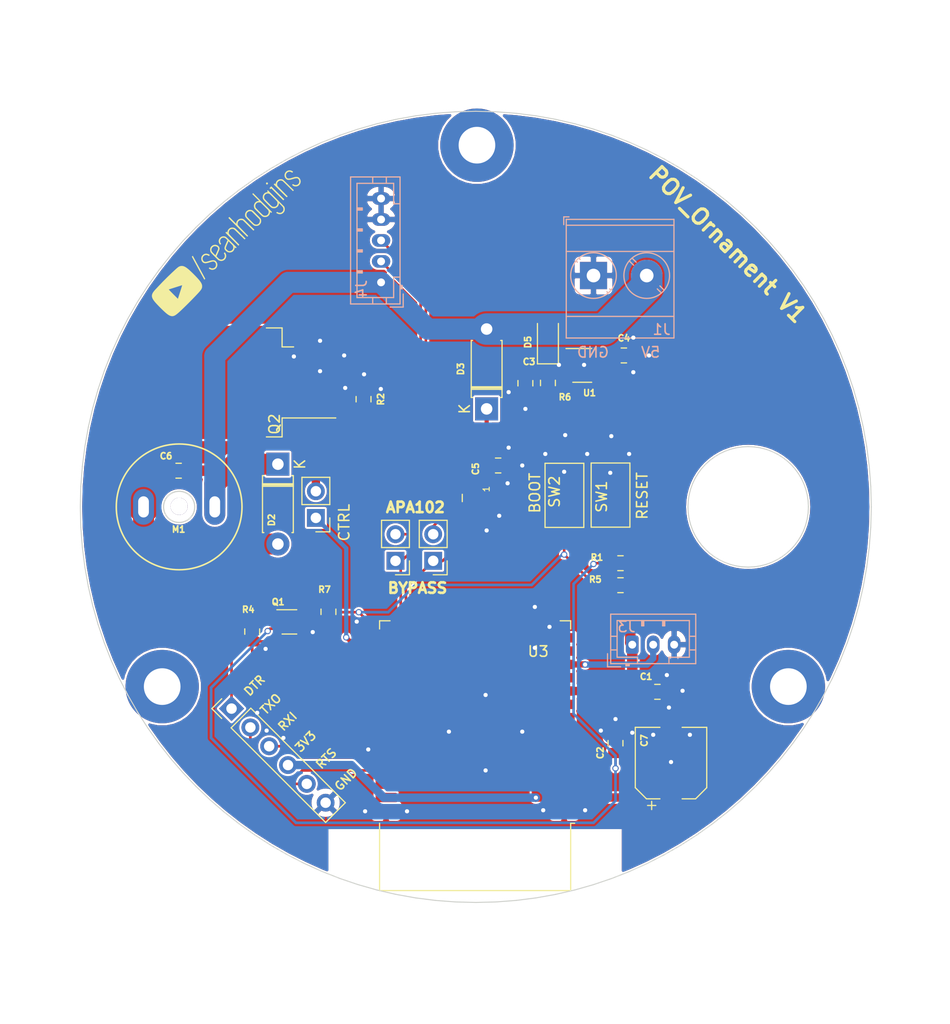
<source format=kicad_pcb>
(kicad_pcb (version 20171130) (host pcbnew "(5.1.5)-3")
  (layers (0 F.Cu signal) (31 B.Cu signal) (34 B.Paste user) (35 F.Paste user) (36 B.SilkS user) (37 F.SilkS user) (38 B.Mask user) (39 F.Mask user) (44 Edge.Cuts user))
  (net 0 "")
  (net 1 GND)
  (net 2 RESET)
  (net 3 EXIO1)
  (net 4 DTR)
  (net 5 TXO)
  (net 6 RXI)
  (net 7 +3V3)
  (net 8 RTS)
  (net 9 "Net-(Q1-Pad5)")
  (net 10 "Net-(Q1-Pad2)")
  (net 11 IO0)
  (net 12 IO2)
  (net 13 CLK)
  (net 14 "Net-(U3-Pad4)")
  (net 15 "Net-(U3-Pad5)")
  (net 16 "Net-(U3-Pad8)")
  (net 17 "Net-(U3-Pad9)")
  (net 18 "Net-(U3-Pad17)")
  (net 19 "Net-(U3-Pad18)")
  (net 20 "Net-(U3-Pad19)")
  (net 21 "Net-(U3-Pad20)")
  (net 22 "Net-(U3-Pad21)")
  (net 23 "Net-(U3-Pad22)")
  (net 24 "Net-(U3-Pad32)")
  (net 25 "Net-(H2-Pad1)")
  (net 26 "Net-(H3-Pad1)")
  (net 27 "Net-(H4-Pad1)")
  (net 28 "Net-(U3-Pad33)")
  (net 29 "Net-(U3-Pad13)")
  (net 30 "Net-(U3-Pad14)")
  (net 31 "Net-(C3-Pad1)")
  (net 32 "Net-(C5-Pad1)")
  (net 33 M+)
  (net 34 +5V)
  (net 35 CKI_STRAND)
  (net 36 SDI_STRAND)
  (net 37 CKI)
  (net 38 SDI)
  (net 39 hall)
  (net 40 SP0CTRL)
  (net 41 3VEN)
  (net 42 "Net-(U3-Pad16)")
  (net 43 "Net-(U3-Pad23)")
  (net 44 "Net-(U3-Pad27)")
  (net 45 "Net-(U3-Pad28)")
  (net 46 "Net-(JP1-Pad2)")
  (net 47 "Net-(U3-Pad36)")
  (net 48 "Net-(U3-Pad37)")
  (net 49 "Net-(U3-Pad11)")
  (net 50 "Net-(U3-Pad6)")
  (module logos:youtubesh (layer F.Cu) (at 114.6 77.6 45)
    (fp_text reference G*** hide)
    (fp_text value LOGO hide)
  )
  (module logos:SH_Logo_cu (layer F.Cu) (at 159.75 95.25)
    (fp_text reference G*** hide)
    (fp_text value LOGO hide)
    (fp_poly (pts (xy -0.966646 -2.361155) (xy -0.948879 -2.360407) (xy -0.84604 -2.355022) (xy -0.739541 -2.297778) (xy -0.674771 -2.261873) (xy -0.622761 -2.230414) (xy -0.581522 -2.20198) (xy -0.549062 -2.175151) (xy -0.523389 -2.148508) (xy -0.514141 -2.137016) (xy -0.494586 -2.109271) (xy -0.480605 -2.085298) (xy -0.473268 -2.067503) (xy -0.473645 -2.058293) (xy -0.479136 -2.058268) (xy -0.496428 -2.063406) (xy -0.525867 -2.070616) (xy -0.563974 -2.079172) (xy -0.607268 -2.088346) (xy -0.65227 -2.097414) (xy -0.695501 -2.105647) (xy -0.73348 -2.112319) (xy -0.751789 -2.115196) (xy -0.930469 -2.13493) (xy -1.119725 -2.143181) (xy -1.319217 -2.139994) (xy -1.528603 -2.12541) (xy -1.747543 -2.099474) (xy -1.975697 -2.062228) (xy -2.212723 -2.013717) (xy -2.458281 -1.953982) (xy -2.712031 -1.883068) (xy -2.806394 -1.854478) (xy -2.871596 -1.833942) (xy -2.940851 -1.811442) (xy -3.012659 -1.787523) (xy -3.085515 -1.762732) (xy -3.157918 -1.737613) (xy -3.228364 -1.712712) (xy -3.295352 -1.688575) (xy -3.357378 -1.665747) (xy -3.412941 -1.644773) (xy -3.460537 -1.626198) (xy -3.498664 -1.610569) (xy -3.52582 -1.59843) (xy -3.540502 -1.590328) (xy -3.542479 -1.587274) (xy -3.532993 -1.583035) (xy -3.509509 -1.574386) (xy -3.473168 -1.561704) (xy -3.425109 -1.545362) (xy -3.366472 -1.525737) (xy -3.298396 -1.503203) (xy -3.222021 -1.478137) (xy -3.138486 -1.450912) (xy -3.048932 -1.421904) (xy -2.954498 -1.391489) (xy -2.856323 -1.360042) (xy -2.755547 -1.327937) (xy -2.734686 -1.321313) (xy -2.547969 -1.261696) (xy -2.375432 -1.205797) (xy -2.215933 -1.153188) (xy -2.068328 -1.103439) (xy -1.931475 -1.05612) (xy -1.804231 -1.010801) (xy -1.685453 -0.967054) (xy -1.573997 -0.924448) (xy -1.468721 -0.882554) (xy -1.368483 -0.840941) (xy -1.272138 -0.799182) (xy -1.178545 -0.756845) (xy -1.08656 -0.713501) (xy -0.99504 -0.668722) (xy -0.98425 -0.663339) (xy -0.774484 -0.552525) (xy -0.579843 -0.437329) (xy -0.400167 -0.317646) (xy -0.235294 -0.193372) (xy -0.150813 -0.122981) (xy -0.103199 -0.08042) (xy -0.050857 -0.031239) (xy 0.003055 0.021401) (xy 0.055374 0.074342) (xy 0.102943 0.124423) (xy 0.142599 0.168485) (xy 0.153577 0.181365) (xy 0.202406 0.239699) (xy 0.265906 0.235586) (xy 0.298368 0.231863) (xy 0.340745 0.224699) (xy 0.387712 0.215098) (xy 0.433945 0.204068) (xy 0.437109 0.203244) (xy 0.482555 0.192226) (xy 0.53032 0.182176) (xy 0.577553 0.173529) (xy 0.621401 0.166717) (xy 0.659012 0.162173) (xy 0.687535 0.160332) (xy 0.704116 0.161625) (xy 0.705933 0.162407) (xy 0.712677 0.164011) (xy 0.717064 0.157851) (xy 0.719212 0.142235) (xy 0.719239 0.115469) (xy 0.717264 0.075859) (xy 0.714626 0.037874) (xy 0.70901 -0.031271) (xy 0.702531 -0.097255) (xy 0.694828 -0.162188) (xy 0.685543 -0.228178) (xy 0.674317 -0.297335) (xy 0.660791 -0.371767) (xy 0.644606 -0.453583) (xy 0.625402 -0.544893) (xy 0.602822 -0.647806) (xy 0.582608 -0.737599) (xy 0.564926 -0.816538) (xy 0.548381 -0.892432) (xy 0.533316 -0.963562) (xy 0.520075 -1.028209) (xy 0.509001 -1.084656) (xy 0.500437 -1.131184) (xy 0.494727 -1.166076) (xy 0.492214 -1.187612) (xy 0.492125 -1.190425) (xy 0.499626 -1.202741) (xy 0.520406 -1.214787) (xy 0.551876 -1.225773) (xy 0.591448 -1.234907) (xy 0.636533 -1.2414) (xy 0.66675 -1.243785) (xy 0.725432 -1.243872) (xy 0.773691 -1.236153) (xy 0.815685 -1.219101) (xy 0.85557 -1.19119) (xy 0.885292 -1.163539) (xy 0.916455 -1.128766) (xy 0.94454 -1.089907) (xy 0.969827 -1.045865) (xy 0.992598 -0.995545) (xy 1.013135 -0.937854) (xy 1.031719 -0.871695) (xy 1.04863 -0.795974) (xy 1.064152 -0.709596) (xy 1.078564 -0.611466) (xy 1.092149 -0.500489) (xy 1.105188 -0.37557) (xy 1.114973 -0.269875) (xy 1.120638 -0.206786) (xy 1.126385 -0.144569) (xy 1.131922 -0.086232) (xy 1.136962 -0.03478) (xy 1.141214 0.006778) (xy 1.144312 0.034792) (xy 1.15365 0.113241) (xy 1.285247 0.108665) (xy 1.416597 0.099752) (xy 1.543843 0.083039) (xy 1.623622 0.071431) (xy 1.701567 0.063738) (xy 1.785264 0.059267) (xy 1.813718 0.058423) (xy 1.956593 0.054859) (xy 1.955679 -0.014243) (xy 1.954897 -0.039472) (xy 1.95294 -0.064319) (xy 1.949363 -0.090652) (xy 1.94372 -0.120341) (xy 1.935563 -0.155253) (xy 1.924447 -0.197257) (xy 1.909926 -0.248221) (xy 1.891552 -0.310014) (xy 1.86888 -0.384505) (xy 1.861427 -0.408782) (xy 1.837093 -0.488154) (xy 1.816957 -0.554424) (xy 1.800449 -0.609634) (xy 1.786997 -0.655824) (xy 1.776031 -0.695035) (xy 1.766981 -0.729307) (xy 1.759275 -0.760681) (xy 1.752345 -0.791197) (xy 1.745618 -0.822897) (xy 1.745542 -0.823265) (xy 1.736465 -0.876713) (xy 1.730367 -0.93266) (xy 1.727359 -0.987432) (xy 1.727551 -1.037354) (xy 1.731055 -1.078749) (xy 1.737066 -1.105499) (xy 1.759882 -1.14935) (xy 1.792047 -1.181877) (xy 1.831204 -1.202481) (xy 1.875 -1.210564) (xy 1.921077 -1.205528) (xy 1.967082 -1.186775) (xy 1.991775 -1.170185) (xy 2.030993 -1.133894) (xy 2.068615 -1.087097) (xy 2.10486 -1.029213) (xy 2.139949 -0.959657) (xy 2.174102 -0.877847) (xy 2.207537 -0.783199) (xy 2.240474 -0.67513) (xy 2.273134 -0.553059) (xy 2.305735 -0.4164) (xy 2.338498 -0.264571) (xy 2.345078 -0.232389) (xy 2.355662 -0.180388) (xy 2.365457 -0.132652) (xy 2.373936 -0.091712) (xy 2.380574 -0.060101) (xy 2.384845 -0.040351) (xy 2.385873 -0.035936) (xy 2.389042 -0.026274) (xy 2.394844 -0.020355) (xy 2.40663 -0.017268) (xy 2.427756 -0.016102) (xy 2.459501 -0.015945) (xy 2.543935 -0.017514) (xy 2.632397 -0.022183) (xy 2.726293 -0.030146) (xy 2.827027 -0.041596) (xy 2.936003 -0.056728) (xy 3.054627 -0.075736) (xy 3.184302 -0.098814) (xy 3.326434 -0.126155) (xy 3.472656 -0.155919) (xy 3.613484 -0.184741) (xy 3.739141 -0.209435) (xy 3.849598 -0.229994) (xy 3.944826 -0.246414) (xy 4.024795 -0.258689) (xy 4.089476 -0.266814) (xy 4.096968 -0.267586) (xy 4.165656 -0.274449) (xy 4.170026 -0.24752) (xy 4.172149 -0.221189) (xy 4.169194 -0.19361) (xy 4.160325 -0.160835) (xy 4.144707 -0.118917) (xy 4.14082 -0.109379) (xy 4.126882 -0.077609) (xy 4.115692 -0.058012) (xy 4.105208 -0.047625) (xy 4.09575 -0.043909) (xy 4.074649 -0.040169) (xy 4.039174 -0.034748) (xy 3.990717 -0.027821) (xy 3.930669 -0.019561) (xy 3.860423 -0.010145) (xy 3.78137 0.000253) (xy 3.694903 0.01146) (xy 3.602412 0.023299) (xy 3.50529 0.035596) (xy 3.404929 0.048177) (xy 3.302721 0.060866) (xy 3.200058 0.07349) (xy 3.098331 0.085872) (xy 2.998933 0.097839) (xy 2.903255 0.109216) (xy 2.812689 0.119828) (xy 2.728627 0.129501) (xy 2.652461 0.138059) (xy 2.6035 0.14341) (xy 2.555858 0.148625) (xy 2.513966 0.153367) (xy 2.480249 0.15735) (xy 2.457133 0.160285) (xy 2.447044 0.161886) (xy 2.44681 0.161986) (xy 2.4486 0.169737) (xy 2.454697 0.190285) (xy 2.46439 0.221365) (xy 2.476972 0.260712) (xy 2.491732 0.306061) (xy 2.495684 0.318085) (xy 2.516489 0.382898) (xy 2.536434 0.448673) (xy 2.556057 0.517471) (xy 2.575891 0.591348) (xy 2.596474 0.672366) (xy 2.618341 0.762582) (xy 2.642027 0.864055) (xy 2.668068 0.978845) (xy 2.671058 0.992187) (xy 2.696139 1.103479) (xy 2.718523 1.201066) (xy 2.738666 1.286804) (xy 2.757028 1.362545) (xy 2.774066 1.430143) (xy 2.790238 1.491454) (xy 2.806001 1.54833) (xy 2.821815 1.602625) (xy 2.821966 1.603133) (xy 2.838465 1.656718) (xy 2.853825 1.701774) (xy 2.869834 1.742377) (xy 2.88828 1.782603) (xy 2.910951 1.826528) (xy 2.939634 1.878226) (xy 2.952638 1.901031) (xy 2.989373 1.969597) (xy 3.015458 2.029359) (xy 3.031522 2.082689) (xy 3.038193 2.131955) (xy 3.036099 2.179529) (xy 3.032316 2.201736) (xy 3.022425 2.237902) (xy 3.008916 2.260818) (xy 2.988837 2.273097) (xy 2.959239 2.277349) (xy 2.946796 2.277435) (xy 2.914193 2.274887) (xy 2.882004 2.269093) (xy 2.868011 2.265064) (xy 2.842568 2.252688) (xy 2.814457 2.234156) (xy 2.800542 2.222924) (xy 2.787837 2.211399) (xy 2.776287 2.199896) (xy 2.765318 2.187234) (xy 2.754356 2.172228) (xy 2.742827 2.153696) (xy 2.730159 2.130454) (xy 2.715777 2.10132) (xy 2.699108 2.065111) (xy 2.679578 2.020643) (xy 2.656613 1.966733) (xy 2.629641 1.902199) (xy 2.598086 1.825857) (xy 2.561376 1.736524) (xy 2.543128 1.69203) (xy 2.513146 1.617804) (xy 2.482328 1.539234) (xy 2.450101 1.45477) (xy 2.415894 1.362858) (xy 2.379137 1.261948) (xy 2.339257 1.150486) (xy 2.295683 1.026922) (xy 2.250354 0.896937) (xy 2.209282 0.778913) (xy 2.170742 0.668746) (xy 2.135133 0.567563) (xy 2.102857 0.476492) (xy 2.074314 0.396662) (xy 2.049904 0.329199) (xy 2.030027 0.275232) (xy 2.02392 0.258959) (xy 2.006303 0.212324) (xy 1.965573 0.217434) (xy 1.94752 0.21959) (xy 1.916021 0.223233) (xy 1.873407 0.228099) (xy 1.82201 0.233923) (xy 1.764162 0.24044) (xy 1.702194 0.247386) (xy 1.678781 0.250001) (xy 1.610367 0.257751) (xy 1.540282 0.265901) (xy 1.471941 0.274036) (xy 1.408761 0.281747) (xy 1.354154 0.28862) (xy 1.311538 0.294244) (xy 1.307703 0.294772) (xy 1.182687 0.312086) (xy 1.182687 0.357911) (xy 1.184095 0.380964) (xy 1.187994 0.41598) (xy 1.193898 0.45933) (xy 1.201323 0.507384) (xy 1.207745 0.545165) (xy 1.219326 0.615251) (xy 1.22724 0.675566) (xy 1.232069 0.731633) (xy 1.2344 0.788974) (xy 1.234584 0.798936) (xy 1.235613 0.840079) (xy 1.237212 0.875816) (xy 1.239189 0.903003) (xy 1.24135 0.918498) (xy 1.242073 0.920514) (xy 1.250525 0.928085) (xy 1.269688 0.942368) (xy 1.296928 0.961477) (xy 1.329609 0.983532) (xy 1.338218 0.989217) (xy 1.396402 1.030702) (xy 1.440337 1.070071) (xy 1.471123 1.10925) (xy 1.489864 1.150166) (xy 1.497659 1.194746) (xy 1.495612 1.244917) (xy 1.493365 1.260598) (xy 1.478597 1.303248) (xy 1.449663 1.341059) (xy 1.407945 1.372417) (xy 1.389647 1.382012) (xy 1.350776 1.394618) (xy 1.300919 1.401975) (xy 1.244136 1.403889) (xy 1.184489 1.400165) (xy 1.141784 1.393835) (xy 1.111088 1.387286) (xy 1.073547 1.378119) (xy 1.032282 1.367234) (xy 0.990416 1.355531) (xy 0.951071 1.34391) (xy 0.917369 1.33327) (xy 0.892433 1.324512) (xy 0.879384 1.318535) (xy 0.878726 1.318012) (xy 0.873968 1.307138) (xy 0.867254 1.282704) (xy 0.858999 1.246846) (xy 0.849618 1.201701) (xy 0.839527 1.149405) (xy 0.82914 1.092096) (xy 0.818872 1.03191) (xy 0.809137 0.970983) (xy 0.801886 0.922261) (xy 0.796207 0.880444) (xy 0.789844 0.829885) (xy 0.783066 0.773106) (xy 0.776142 0.712626) (xy 0.769341 0.650967) (xy 0.762933 0.590647) (xy 0.757186 0.534188) (xy 0.75237 0.48411) (xy 0.748755 0.442933) (xy 0.746609 0.413178) (xy 0.746125 0.400241) (xy 0.741903 0.395897) (xy 0.727685 0.395895) (xy 0.701145 0.400313) (xy 0.692546 0.402069) (xy 0.671346 0.406899) (xy 0.639992 0.414556) (xy 0.601117 0.424348) (xy 0.557351 0.435583) (xy 0.511326 0.447566) (xy 0.465673 0.459607) (xy 0.423024 0.471011) (xy 0.386011 0.481087) (xy 0.357264 0.489141) (xy 0.339415 0.494481) (xy 0.334805 0.496241) (xy 0.336534 0.503964) (xy 0.343834 0.520866) (xy 0.348564 0.530468) (xy 0.373754 0.592166) (xy 0.393019 0.664907) (xy 0.405914 0.744834) (xy 0.411994 0.82809) (xy 0.410814 0.910819) (xy 0.401928 0.989163) (xy 0.401694 0.990513) (xy 0.372062 1.115721) (xy 0.327672 1.239386) (xy 0.269642 1.359847) (xy 0.199088 1.475441) (xy 0.117128 1.584509) (xy 0.024878 1.685389) (xy -0.076544 1.776418) (xy -0.175543 1.849079) (xy -0.289765 1.918609) (xy -0.407683 1.978055) (xy -0.531432 2.028175) (xy -0.663149 2.069724) (xy -0.804971 2.103458) (xy -0.959033 2.130134) (xy -0.976313 2.1326) (xy -1.030281 2.13839) (xy -1.096708 2.142716) (xy -1.172248 2.145577) (xy -1.253552 2.146976) (xy -1.337272 2.146914) (xy -1.420062 2.145391) (xy -1.498574 2.14241) (xy -1.56946 2.137971) (xy -1.627188 2.132345) (xy -1.728643 2.118391) (xy -1.833315 2.101055) (xy -1.937685 2.081076) (xy -2.038232 2.059192) (xy -2.131439 2.036141) (xy -2.213786 2.012663) (xy -2.244395 2.002816) (xy -2.33731 1.967936) (xy -2.426837 1.927126) (xy -2.510987 1.881673) (xy -2.587771 1.832863) (xy -2.655201 1.781983) (xy -2.71129 1.730317) (xy -2.754048 1.679154) (xy -2.761221 1.668478) (xy -2.788619 1.613226) (xy -2.803282 1.554507) (xy -2.803853 1.520367) (xy -2.372977 1.520367) (xy -2.371093 1.571578) (xy -2.357909 1.614307) (xy -2.328384 1.659025) (xy -2.284113 1.702851) (xy -2.22622 1.745246) (xy -2.15583 1.785671) (xy -2.074067 1.823591) (xy -1.982058 1.858466) (xy -1.880925 1.889758) (xy -1.771794 1.91693) (xy -1.691015 1.933253) (xy -1.587669 1.950286) (xy -1.495302 1.961144) (xy -1.410364 1.966051) (xy -1.329306 1.965229) (xy -1.26092 1.960203) (xy -1.128127 1.940404) (xy -0.996862 1.908477) (xy -0.868416 1.865319) (xy -0.744076 1.811827) (xy -0.625133 1.748897) (xy -0.512875 1.677427) (xy -0.408592 1.598312) (xy -0.313574 1.51245) (xy -0.22911 1.420737) (xy -0.156488 1.324071) (xy -0.097 1.223347) (xy -0.051932 1.119463) (xy -0.051878 1.119311) (xy -0.027003 1.037828) (xy -0.012476 0.959941) (xy -0.00702 0.878434) (xy -0.006905 0.865187) (xy -0.012806 0.766029) (xy -0.031533 0.672583) (xy -0.060957 0.587375) (xy -0.076578 0.550078) (xy -0.08804 0.52547) (xy -0.097096 0.511504) (xy -0.105498 0.506134) (xy -0.114997 0.507314) (xy -0.125467 0.512053) (xy -0.140085 0.517288) (xy -0.168729 0.525607) (xy -0.209932 0.536647) (xy -0.262223 0.550043) (xy -0.324133 0.565432) (xy -0.394193 0.58245) (xy -0.470934 0.600735) (xy -0.552887 0.619922) (xy -0.638582 0.639648) (xy -0.670719 0.64696) (xy -0.821635 0.682287) (xy -0.95962 0.717074) (xy -1.087551 0.752254) (xy -1.208304 0.788758) (xy -1.324755 0.82752) (xy -1.43978 0.869472) (xy -1.556254 0.915548) (xy -1.677056 0.966679) (xy -1.734255 0.991881) (xy -1.861034 1.050758) (xy -1.972577 1.107737) (xy -2.069364 1.163151) (xy -2.151877 1.217333) (xy -2.220596 1.270617) (xy -2.276001 1.323336) (xy -2.318575 1.375823) (xy -2.340911 1.41244) (xy -2.36282 1.466179) (xy -2.372977 1.520367) (xy -2.803853 1.520367) (xy -2.804253 1.496507) (xy -2.802867 1.486266) (xy -2.785526 1.417523) (xy -2.755336 1.343535) (xy -2.713457 1.266521) (xy -2.66105 1.188701) (xy -2.619974 1.136435) (xy -2.56155 1.07552) (xy -2.488422 1.014735) (xy -2.401755 0.9547) (xy -2.302713 0.896033) (xy -2.19246 0.83935) (xy -2.072159 0.785271) (xy -1.942976 0.734413) (xy -1.806073 0.687395) (xy -1.730375 0.664123) (xy -1.671698 0.647021) (xy -1.61507 0.631039) (xy -1.558806 0.615782) (xy -1.501223 0.600855) (xy -1.440636 0.585865) (xy -1.375361 0.570416) (xy -1.303714 0.554113) (xy -1.224011 0.536561) (xy -1.134568 0.517367) (xy -1.0337 0.496135) (xy -0.919723 0.47247) (xy -0.860986 0.460362) (xy -0.753986 0.438226) (xy -0.653772 0.417258) (xy -0.561339 0.397678) (xy -0.477681 0.379703) (xy -0.403791 0.363553) (xy -0.340665 0.349448) (xy -0.289297 0.337606) (xy -0.25068 0.328247) (xy -0.22581 0.32159) (xy -0.216304 0.318265) (xy -0.216679 0.310203) (xy -0.227591 0.292475) (xy -0.247993 0.266271) (xy -0.276838 0.232782) (xy -0.313081 0.193198) (xy -0.355675 0.148709) (xy -0.403575 0.100505) (xy -0.433377 0.071312) (xy -0.578626 -0.060127) (xy -0.738333 -0.186881) (xy -0.911647 -0.308466) (xy -1.097717 -0.424396) (xy -1.295693 -0.534187) (xy -1.504722 -0.637354) (xy -1.723954 -0.733413) (xy -1.952537 -0.821878) (xy -2.079152 -0.866182) (xy -2.147556 -0.888973) (xy -2.212284 -0.909868) (xy -2.275626 -0.929512) (xy -2.339877 -0.948547) (xy -2.407326 -0.967615) (xy -2.480268 -0.98736) (xy -2.560994 -1.008423) (xy -2.651797 -1.031449) (xy -2.754969 -1.057079) (xy -2.795715 -1.0671) (xy -2.894677 -1.091477) (xy -2.980381 -1.112826) (xy -3.055021 -1.131752) (xy -3.120791 -1.148862) (xy -3.179887 -1.164762) (xy -3.234502 -1.180058) (xy -3.286832 -1.195355) (xy -3.339072 -1.211261) (xy -3.393415 -1.228382) (xy -3.452057 -1.247322) (xy -3.472657 -1.254053) (xy -3.532291 -1.273276) (xy -3.597102 -1.293652) (xy -3.661994 -1.313614) (xy -3.721874 -1.331594) (xy -3.770313 -1.345648) (xy -3.864618 -1.373928) (xy -3.94413 -1.401498) (xy -4.009873 -1.428977) (xy -4.062874 -1.456983) (xy -4.104158 -1.486134) (xy -4.13475 -1.517047) (xy -4.155677 -1.55034) (xy -4.167602 -1.585014) (xy -4.171297 -1.618907) (xy -4.165126 -1.649211) (xy -4.147941 -1.677311) (xy -4.118597 -1.704589) (xy -4.075948 -1.732429) (xy -4.022189 -1.760598) (xy -3.984781 -1.778028) (xy -3.944175 -1.795386) (xy -3.899268 -1.813015) (xy -3.848954 -1.831255) (xy -3.79213 -1.850448) (xy -3.727691 -1.870934) (xy -3.654535 -1.893055) (xy -3.571555 -1.917152) (xy -3.477649 -1.943566) (xy -3.371712 -1.972639) (xy -3.252641 -2.004711) (xy -3.11933 -2.040124) (xy -3.107532 -2.04324) (xy -2.935556 -2.088082) (xy -2.776971 -2.128206) (xy -2.630117 -2.163939) (xy -2.493333 -2.195606) (xy -2.364957 -2.223535) (xy -2.24333 -2.248052) (xy -2.126791 -2.269483) (xy -2.013678 -2.288154) (xy -1.90233 -2.304393) (xy -1.791088 -2.318526) (xy -1.67829 -2.33088) (xy -1.611313 -2.337375) (xy -1.547433 -2.342628) (xy -1.474808 -2.347466) (xy -1.396356 -2.351786) (xy -1.314994 -2.355486) (xy -1.233639 -2.358467) (xy -1.155209 -2.360625) (xy -1.082622 -2.36186) (xy -1.018795 -2.362071) (xy -0.966646 -2.361155)) (layer F.Cu) (width 0.01))
  )
  (module logos:SH_Logo (layer F.Cu) (at 159.75 95.25)
    (fp_text reference G*** hide)
    (fp_text value LOGO hide)
  )
  (module project_footprints:LED-APA102-2020_no_center (layer F.Cu) (at 135.175 106.25 270)
    (fp_text reference D4 hide)
    (fp_text value APA102-2020)
    (fp_text user 1 (at -1.7 -0.9 90) (layer F.SilkS) (effects (font (size 0.6 0.6) (thickness 0.1))))
    (pad 1 smd rect (at -0.85 -0.9 270) (size 0.8 0.5) (layers F.Cu F.Paste F.Mask) (net 32 "Net-(C5-Pad1)"))
    (pad 2 smd rect (at -0.85 0 270) (size 0.8 0.3) (layers F.Cu F.Paste F.Mask) (net 35 CKI_STRAND))
    (pad 3 smd rect (at -0.85 0.9 270) (size 0.8 0.5) (layers F.Cu F.Paste F.Mask) (net 36 SDI_STRAND))
    (pad 5 smd rect (at 0.85 0 270) (size 0.8 0.3) (layers F.Cu F.Paste F.Mask) (net 37 CKI))
    (pad 4 smd rect (at 0.85 0.9 270) (size 0.8 0.5) (layers F.Cu F.Paste F.Mask) (net 38 SDI))
    (pad 6 smd rect (at 0.85 -0.9 270) (size 0.8 0.5) (layers F.Cu F.Paste F.Mask) (net 1 GND))
  )
  (module Capacitor_SMD:C_0805_2012Metric (layer F.Cu) (at 139.8 94.45 270)
    (fp_text reference C3 (at -2.05 -0.35 180) (layer F.SilkS) (effects (font (size 0.6 0.6))))
    (fp_text value 1uF)
    (pad 1 smd roundrect (at -0.9375 0 270) (size 0.975 1.4) (layers F.Cu F.Paste F.Mask) (net 31 "Net-(C3-Pad1)"))
    (pad 2 smd roundrect (at 0.9375 0 270) (size 0.975 1.4) (layers F.Cu F.Paste F.Mask) (net 1 GND))
  )
  (module Capacitor_SMD:C_0805_2012Metric (layer F.Cu) (at 149.2 91.8)
    (fp_text reference C4 (at 0 -1.65) (layer F.SilkS) (effects (font (size 0.6 0.6))))
    (fp_text value 2.2uF)
    (pad 2 smd roundrect (at 0.9375 0) (size 0.975 1.4) (layers F.Cu F.Paste F.Mask) (net 1 GND))
    (pad 1 smd roundrect (at -0.9375 0) (size 0.975 1.4) (layers F.Cu F.Paste F.Mask) (net 7 +3V3))
  )
  (module Capacitor_SMD:C_0805_2012Metric (layer F.Cu) (at 137.2 102.3)
    (fp_text reference C5 (at -2.15 0.325 -90) (layer F.SilkS) (effects (font (size 0.6 0.6))))
    (fp_text value 2.2uF)
    (pad 1 smd roundrect (at -0.9375 0) (size 0.975 1.4) (layers F.Cu F.Paste F.Mask) (net 32 "Net-(C5-Pad1)"))
    (pad 2 smd roundrect (at 0.9375 0) (size 0.975 1.4) (layers F.Cu F.Paste F.Mask) (net 1 GND))
  )
  (module Diode_THT:D_DO-41_SOD81_P7.62mm_Horizontal (layer F.Cu) (at 116.175 102.175 270)
    (fp_text reference D2 (at 5.325 0.6 90) (layer F.SilkS) (effects (font (size 0.6 0.6))))
    (fp_text value 1N4001)
    (fp_text user K (at 0 -2.1 90) (layer F.SilkS))
    (pad 2 thru_hole oval (at 7.62 0 270) (size 2.2 2.2) (drill 1.1) (layers *.Cu *.Mask) (net 33 M+))
    (pad 1 thru_hole rect (at 0 0 270) (size 2.2 2.2) (drill 1.1) (layers *.Cu *.Mask) (net 34 +5V))
  )
  (module Diode_THT:D_DO-41_SOD81_P7.62mm_Horizontal (layer F.Cu) (at 136.1 96.9 90)
    (fp_text reference D3 (at 3.81 -2.47 90) (layer F.SilkS) (effects (font (size 0.6 0.6))))
    (fp_text value 1N4001)
    (fp_text user K (at 0 -2.1 90) (layer F.SilkS))
    (pad 1 thru_hole rect (at 0 0 90) (size 2.2 2.2) (drill 1.1) (layers *.Cu *.Mask) (net 32 "Net-(C5-Pad1)"))
    (pad 2 thru_hole oval (at 7.62 0 90) (size 2.2 2.2) (drill 1.1) (layers *.Cu *.Mask) (net 34 +5V))
  )
  (module Diode_SMD:D_SOD-123F (layer F.Cu) (at 141.95 90.4 90)
    (fp_text reference D5 (at -0.127 -1.905 90) (layer F.SilkS) (effects (font (size 0.6 0.6))))
    (fp_text value MBR230L)
    (pad 1 smd rect (at -1.4 0 90) (size 1.1 1.1) (layers F.Cu F.Paste F.Mask) (net 31 "Net-(C3-Pad1)"))
    (pad 2 smd rect (at 1.4 0 90) (size 1.1 1.1) (layers F.Cu F.Paste F.Mask) (net 34 +5V))
  )
  (module Connector_JST:JST_PH_B3B-PH-K_1x03_P2.00mm_Vertical (layer B.Cu) (at 150 119.4)
    (fp_text reference J3 (at -0.55 -1.7) (layer B.SilkS) (effects (justify mirror)))
    (fp_text value Hall_Conn)
    (pad 1 thru_hole roundrect (at 0 0) (size 1.2 1.75) (drill 0.75) (layers *.Cu *.Mask) (roundrect_rratio 0.208333) (net 7 +3V3))
    (pad 2 thru_hole oval (at 2 0) (size 1.2 1.75) (drill 0.75) (layers *.Cu *.Mask) (net 39 hall))
    (pad 3 thru_hole oval (at 4 0) (size 1.2 1.75) (drill 0.75) (layers *.Cu *.Mask) (net 1 GND))
  )
  (module Connector_JST:JST_PH_B5B-PH-K_1x05_P2.00mm_Vertical (layer B.Cu) (at 126.025 84.825 90)
    (fp_text reference J4 (at -0.625 -1.875 90) (layer B.SilkS) (effects (justify mirror)))
    (fp_text value LED_CONN)
    (pad 1 thru_hole roundrect (at 0 0 90) (size 1.2 1.75) (drill 0.75) (layers *.Cu *.Mask) (roundrect_rratio 0.208333) (net 34 +5V))
    (pad 2 thru_hole oval (at 2 0 90) (size 1.2 1.75) (drill 0.75) (layers *.Cu *.Mask) (net 36 SDI_STRAND))
    (pad 3 thru_hole oval (at 4 0 90) (size 1.2 1.75) (drill 0.75) (layers *.Cu *.Mask) (net 35 CKI_STRAND))
    (pad 4 thru_hole oval (at 6 0 90) (size 1.2 1.75) (drill 0.75) (layers *.Cu *.Mask) (net 1 GND))
    (pad 5 thru_hole oval (at 8 0 90) (size 1.2 1.75) (drill 0.75) (layers *.Cu *.Mask) (net 1 GND))
  )
  (module Package_TO_SOT_SMD:TO-263-2 (layer F.Cu) (at 113.625 94.375 180)
    (fp_text reference Q2 (at -2.225 -3.975 90) (layer F.SilkS))
    (fp_text value IRLZ44N)
    (pad 1 smd rect (at -6.525 -2.54 180) (size 3.1 1.1) (layers F.Cu F.Paste F.Mask) (net 46 "Net-(JP1-Pad2)"))
    (pad 3 smd rect (at -6.525 2.54 180) (size 3.1 1.1) (layers F.Cu F.Paste F.Mask) (net 1 GND))
    (pad 2 smd rect (at 3.375 0 180) (size 9.4 10.8) (layers F.Cu F.Mask) (net 33 M+))
  )
  (module Resistor_SMD:R_0805_2012Metric (layer F.Cu) (at 124.35 95.975 270)
    (fp_text reference R2 (at 0 -1.65 90) (layer F.SilkS) (effects (font (size 0.6 0.6))))
    (fp_text value 10k)
    (pad 2 smd roundrect (at 0.9375 0 270) (size 0.975 1.4) (layers F.Cu F.Paste F.Mask) (net 46 "Net-(JP1-Pad2)"))
    (pad 1 smd roundrect (at -0.9375 0 270) (size 0.975 1.4) (layers F.Cu F.Paste F.Mask) (net 1 GND))
  )
  (module Resistor_SMD:R_0805_2012Metric (layer F.Cu) (at 141.95 94.425 90)
    (fp_text reference R6 (at -1.35 1.625 180) (layer F.SilkS) (effects (font (size 0.6 0.6))))
    (fp_text value 100k)
    (pad 1 smd roundrect (at -0.9375 0 90) (size 0.975 1.4) (layers F.Cu F.Paste F.Mask) (net 41 3VEN))
    (pad 2 smd roundrect (at 0.9375 0 90) (size 0.975 1.4) (layers F.Cu F.Paste F.Mask) (net 31 "Net-(C3-Pad1)"))
  )
  (module Package_TO_SOT_SMD:SOT-23-5 (layer F.Cu) (at 145.225 92.75)
    (fp_text reference U1 (at 0.7 2.625) (layer F.SilkS) (effects (font (size 0.6 0.6))))
    (fp_text value SPX3819-3.3V)
    (pad 1 smd rect (at -1.1 -0.95) (size 1.06 0.65) (layers F.Cu F.Paste F.Mask) (net 31 "Net-(C3-Pad1)"))
    (pad 2 smd rect (at -1.1 0) (size 1.06 0.65) (layers F.Cu F.Paste F.Mask) (net 1 GND))
    (pad 3 smd rect (at -1.1 0.95) (size 1.06 0.65) (layers F.Cu F.Paste F.Mask) (net 41 3VEN))
    (pad 4 smd rect (at 1.1 0.95) (size 1.06 0.65) (layers F.Cu F.Paste F.Mask))
    (pad 5 smd rect (at 1.1 -0.95) (size 1.06 0.65) (layers F.Cu F.Paste F.Mask) (net 7 +3V3))
  )
  (module Capacitor_SMD:C_0805_2012Metric (layer F.Cu) (at 152.4 123.9)
    (fp_text reference C1 (at -1.075 -1.45) (layer F.SilkS) (effects (font (size 0.6 0.6))))
    (fp_text value 10uF)
    (pad 1 smd roundrect (at -0.9375 0) (size 0.975 1.4) (layers F.Cu F.Paste F.Mask) (net 7 +3V3))
    (pad 2 smd roundrect (at 0.9375 0) (size 0.975 1.4) (layers F.Cu F.Paste F.Mask) (net 1 GND))
  )
  (module Capacitor_SMD:C_0805_2012Metric (layer F.Cu) (at 148.4 128.8 90)
    (fp_text reference C2 (at -0.925 -1.45 90) (layer F.SilkS) (effects (font (size 0.6 0.6))))
    (fp_text value 1uF)
    (pad 2 smd roundrect (at 0.9375 0 90) (size 0.975 1.4) (layers F.Cu F.Paste F.Mask) (net 1 GND))
    (pad 1 smd roundrect (at -0.9375 0 90) (size 0.975 1.4) (layers F.Cu F.Paste F.Mask) (net 2 RESET))
  )
  (module Capacitor_SMD:CP_Elec_6.3x4.5 (layer F.Cu) (at 153.7 130.7 90)
    (fp_text reference C7 (at 2.15 -2.55 90) (layer F.SilkS) (effects (font (size 0.6 0.6))))
    (fp_text value 100uF)
    (pad 1 smd roundrect (at -2.7 0 90) (size 3.5 1.6) (layers F.Cu F.Paste F.Mask) (roundrect_rratio 0.15625) (net 7 +3V3))
    (pad 2 smd roundrect (at 2.7 0 90) (size 3.5 1.6) (layers F.Cu F.Paste F.Mask) (roundrect_rratio 0.15625) (net 1 GND))
  )
  (module MountingHole:MountingHole_3.5mm_Pad (layer F.Cu) (at 105.130765 123.4)
    (fp_text reference H2 hide)
    (fp_text value Mount)
    (pad 1 thru_hole circle (at 0 0) (size 7 7) (drill 3.5) (layers *.Cu *.Mask) (net 25 "Net-(H2-Pad1)"))
  )
  (module MountingHole:MountingHole_3.5mm_Pad (layer F.Cu) (at 135.175 71.734505)
    (fp_text reference H3 hide)
    (fp_text value Mount)
    (pad 1 thru_hole circle (at 0 0) (size 7 7) (drill 3.5) (layers *.Cu *.Mask) (net 26 "Net-(H3-Pad1)"))
  )
  (module MountingHole:MountingHole_3.5mm_Pad (layer F.Cu) (at 164.9 123.4)
    (fp_text reference H4 hide)
    (fp_text value Mount)
    (pad 1 thru_hole circle (at 0 0) (size 7 7) (drill 3.5) (layers *.Cu *.Mask) (net 27 "Net-(H4-Pad1)"))
  )
  (module Connector_PinHeader_2.54mm:PinHeader_1x06_P2.54mm_Vertical (layer F.Cu) (at 111.75 125.5 45)
    (fp_text reference J2 hide)
    (fp_text value FTDI)
    (pad 1 thru_hole rect (at 0 0 45) (size 1.7 1.7) (drill 1) (layers *.Cu *.Mask) (net 4 DTR))
    (pad 2 thru_hole oval (at 0 2.54 45) (size 1.7 1.7) (drill 1) (layers *.Cu *.Mask) (net 5 TXO))
    (pad 3 thru_hole oval (at 0 5.08 45) (size 1.7 1.7) (drill 1) (layers *.Cu *.Mask) (net 6 RXI))
    (pad 4 thru_hole oval (at 0 7.62 45) (size 1.7 1.7) (drill 1) (layers *.Cu *.Mask) (net 7 +3V3))
    (pad 5 thru_hole oval (at 0 10.16 45) (size 1.7 1.7) (drill 1) (layers *.Cu *.Mask) (net 8 RTS))
    (pad 6 thru_hole oval (at 0 12.7 45) (size 1.7 1.7) (drill 1) (layers *.Cu *.Mask) (net 1 GND))
  )
  (module Package_TO_SOT_SMD:SOT-363_SC-70-6 (layer F.Cu) (at 117.275 117.225)
    (fp_text reference Q1 (at -1.075 -1.9) (layer F.SilkS) (effects (font (size 0.6 0.6))))
    (fp_text value MBT2222ADW1T1)
    (pad 1 smd rect (at -0.95 -0.65) (size 0.65 0.4) (layers F.Cu F.Paste F.Mask) (net 4 DTR))
    (pad 3 smd rect (at -0.95 0.65) (size 0.65 0.4) (layers F.Cu F.Paste F.Mask) (net 2 RESET))
    (pad 5 smd rect (at 0.95 0) (size 0.65 0.4) (layers F.Cu F.Paste F.Mask) (net 9 "Net-(Q1-Pad5)"))
    (pad 2 smd rect (at -0.95 0) (size 0.65 0.4) (layers F.Cu F.Paste F.Mask) (net 10 "Net-(Q1-Pad2)"))
    (pad 4 smd rect (at 0.95 0.65) (size 0.65 0.4) (layers F.Cu F.Paste F.Mask) (net 8 RTS))
    (pad 6 smd rect (at 0.95 -0.65) (size 0.65 0.4) (layers F.Cu F.Paste F.Mask) (net 11 IO0))
  )
  (module Resistor_SMD:R_0805_2012Metric (layer F.Cu) (at 148.875 111.625 180)
    (fp_text reference R1 (at 2.25 0.55) (layer F.SilkS) (effects (font (size 0.6 0.6))))
    (fp_text value 10K)
    (pad 1 smd roundrect (at -0.9375 0 180) (size 0.975 1.4) (layers F.Cu F.Paste F.Mask) (net 7 +3V3))
    (pad 2 smd roundrect (at 0.9375 0 180) (size 0.975 1.4) (layers F.Cu F.Paste F.Mask) (net 2 RESET))
  )
  (module Resistor_SMD:R_0805_2012Metric (layer F.Cu) (at 113.725 118.15 270)
    (fp_text reference R4 (at -2.1 0.375 180) (layer F.SilkS) (effects (font (size 0.6 0.6))))
    (fp_text value 10K)
    (pad 2 smd roundrect (at 0.9375 0 270) (size 0.975 1.4) (layers F.Cu F.Paste F.Mask) (net 8 RTS))
    (pad 1 smd roundrect (at -0.9375 0 270) (size 0.975 1.4) (layers F.Cu F.Paste F.Mask) (net 10 "Net-(Q1-Pad2)"))
  )
  (module Resistor_SMD:R_0805_2012Metric (layer F.Cu) (at 148.875 113.725 180)
    (fp_text reference R5 (at 2.4 0.55) (layer F.SilkS) (effects (font (size 0.6 0.6))))
    (fp_text value 1K)
    (pad 2 smd roundrect (at 0.9375 0 180) (size 0.975 1.4) (layers F.Cu F.Paste F.Mask) (net 11 IO0))
    (pad 1 smd roundrect (at -0.9375 0 180) (size 0.975 1.4) (layers F.Cu F.Paste F.Mask) (net 7 +3V3))
  )
  (module Resistor_SMD:R_0805_2012Metric (layer F.Cu) (at 121 116.2625 90)
    (fp_text reference R7 (at 2.125 -0.375 180) (layer F.SilkS) (effects (font (size 0.6 0.6))))
    (fp_text value 10K)
    (pad 1 smd roundrect (at -0.9375 0 90) (size 0.975 1.4) (layers F.Cu F.Paste F.Mask) (net 9 "Net-(Q1-Pad5)"))
    (pad 2 smd roundrect (at 0.9375 0 90) (size 0.975 1.4) (layers F.Cu F.Paste F.Mask) (net 4 DTR))
  )
  (module Button_Switch_SMD:SW_SPST_CK_RS282G05A3 (layer F.Cu) (at 147.925 105.125 270)
    (fp_text reference SW1 (at 0.15 0.85 90) (layer F.SilkS))
    (fp_text value RST)
    (pad 2 smd rect (at 3.9 0 270) (size 1.5 1.5) (layers F.Cu F.Paste F.Mask) (net 2 RESET))
    (pad 1 smd rect (at -3.9 0 270) (size 1.5 1.5) (layers F.Cu F.Paste F.Mask) (net 1 GND))
  )
  (module Button_Switch_SMD:SW_SPST_CK_RS282G05A3 (layer F.Cu) (at 143.525 105.15 270)
    (fp_text reference SW2 (at -0.35 0.95 90) (layer F.SilkS))
    (fp_text value RST)
    (pad 1 smd rect (at -3.9 0 270) (size 1.5 1.5) (layers F.Cu F.Paste F.Mask) (net 1 GND))
    (pad 2 smd rect (at 3.9 0 270) (size 1.5 1.5) (layers F.Cu F.Paste F.Mask) (net 11 IO0))
  )
  (module RF_Module:ESP32-WROOM-32 (layer F.Cu) (at 135 127 180)
    (fp_text reference U3 (at -6.025 6.95 180) (layer F.SilkS))
    (fp_text value ESP32-WROOM-32D)
    (pad 39 smd rect (at -1 -0.755 180) (size 5 5) (layers F.Cu F.Paste F.Mask) (net 1 GND))
    (pad 1 smd rect (at -8.5 -8.255 180) (size 2 0.9) (layers F.Cu F.Paste F.Mask) (net 1 GND))
    (pad 2 smd rect (at -8.5 -6.985 180) (size 2 0.9) (layers F.Cu F.Paste F.Mask) (net 7 +3V3))
    (pad 3 smd rect (at -8.5 -5.715 180) (size 2 0.9) (layers F.Cu F.Paste F.Mask) (net 2 RESET))
    (pad 4 smd rect (at -8.5 -4.445 180) (size 2 0.9) (layers F.Cu F.Paste F.Mask) (net 14 "Net-(U3-Pad4)"))
    (pad 5 smd rect (at -8.5 -3.175 180) (size 2 0.9) (layers F.Cu F.Paste F.Mask) (net 15 "Net-(U3-Pad5)"))
    (pad 6 smd rect (at -8.5 -1.905 180) (size 2 0.9) (layers F.Cu F.Paste F.Mask) (net 50 "Net-(U3-Pad6)"))
    (pad 7 smd rect (at -8.5 -0.635 180) (size 2 0.9) (layers F.Cu F.Paste F.Mask) (net 3 EXIO1))
    (pad 8 smd rect (at -8.5 0.635 180) (size 2 0.9) (layers F.Cu F.Paste F.Mask) (net 16 "Net-(U3-Pad8)"))
    (pad 9 smd rect (at -8.5 1.905 180) (size 2 0.9) (layers F.Cu F.Paste F.Mask) (net 17 "Net-(U3-Pad9)"))
    (pad 10 smd rect (at -8.5 3.175 180) (size 2 0.9) (layers F.Cu F.Paste F.Mask) (net 7 +3V3))
    (pad 11 smd rect (at -8.5 4.445 180) (size 2 0.9) (layers F.Cu F.Paste F.Mask) (net 49 "Net-(U3-Pad11)"))
    (pad 12 smd rect (at -8.5 5.715 180) (size 2 0.9) (layers F.Cu F.Paste F.Mask) (net 39 hall))
    (pad 13 smd rect (at -8.5 6.985 180) (size 2 0.9) (layers F.Cu F.Paste F.Mask) (net 29 "Net-(U3-Pad13)"))
    (pad 14 smd rect (at -8.5 8.255 180) (size 2 0.9) (layers F.Cu F.Paste F.Mask) (net 30 "Net-(U3-Pad14)"))
    (pad 15 smd rect (at -5.715 9.255 270) (size 2 0.9) (layers F.Cu F.Paste F.Mask) (net 1 GND))
    (pad 16 smd rect (at -4.445 9.255 270) (size 2 0.9) (layers F.Cu F.Paste F.Mask) (net 42 "Net-(U3-Pad16)"))
    (pad 17 smd rect (at -3.175 9.255 270) (size 2 0.9) (layers F.Cu F.Paste F.Mask) (net 18 "Net-(U3-Pad17)"))
    (pad 18 smd rect (at -1.905 9.255 270) (size 2 0.9) (layers F.Cu F.Paste F.Mask) (net 19 "Net-(U3-Pad18)"))
    (pad 19 smd rect (at -0.635 9.255 270) (size 2 0.9) (layers F.Cu F.Paste F.Mask) (net 20 "Net-(U3-Pad19)"))
    (pad 20 smd rect (at 0.635 9.255 270) (size 2 0.9) (layers F.Cu F.Paste F.Mask) (net 21 "Net-(U3-Pad20)"))
    (pad 21 smd rect (at 1.905 9.255 270) (size 2 0.9) (layers F.Cu F.Paste F.Mask) (net 22 "Net-(U3-Pad21)"))
    (pad 22 smd rect (at 3.175 9.255 270) (size 2 0.9) (layers F.Cu F.Paste F.Mask) (net 23 "Net-(U3-Pad22)"))
    (pad 23 smd rect (at 4.445 9.255 270) (size 2 0.9) (layers F.Cu F.Paste F.Mask) (net 43 "Net-(U3-Pad23)"))
    (pad 24 smd rect (at 5.715 9.255 270) (size 2 0.9) (layers F.Cu F.Paste F.Mask) (net 12 IO2))
    (pad 25 smd rect (at 8.5 8.255 180) (size 2 0.9) (layers F.Cu F.Paste F.Mask) (net 11 IO0))
    (pad 26 smd rect (at 8.5 6.985 180) (size 2 0.9) (layers F.Cu F.Paste F.Mask) (net 40 SP0CTRL))
    (pad 27 smd rect (at 8.5 5.715 180) (size 2 0.9) (layers F.Cu F.Paste F.Mask) (net 44 "Net-(U3-Pad27)"))
    (pad 28 smd rect (at 8.5 4.445 180) (size 2 0.9) (layers F.Cu F.Paste F.Mask) (net 45 "Net-(U3-Pad28)"))
    (pad 29 smd rect (at 8.5 3.175 180) (size 2 0.9) (layers F.Cu F.Paste F.Mask) (net 13 CLK))
    (pad 30 smd rect (at 8.5 1.905 180) (size 2 0.9) (layers F.Cu F.Paste F.Mask) (net 38 SDI))
    (pad 31 smd rect (at 8.5 0.635 180) (size 2 0.9) (layers F.Cu F.Paste F.Mask) (net 37 CKI))
    (pad 32 smd rect (at 8.5 -0.635 180) (size 2 0.9) (layers F.Cu F.Paste F.Mask) (net 24 "Net-(U3-Pad32)"))
    (pad 33 smd rect (at 8.5 -1.905 180) (size 2 0.9) (layers F.Cu F.Paste F.Mask) (net 28 "Net-(U3-Pad33)"))
    (pad 34 smd rect (at 8.5 -3.175 180) (size 2 0.9) (layers F.Cu F.Paste F.Mask) (net 6 RXI))
    (pad 35 smd rect (at 8.5 -4.445 180) (size 2 0.9) (layers F.Cu F.Paste F.Mask) (net 5 TXO))
    (pad 36 smd rect (at 8.5 -5.715 180) (size 2 0.9) (layers F.Cu F.Paste F.Mask) (net 47 "Net-(U3-Pad36)"))
    (pad 37 smd rect (at 8.5 -6.985 180) (size 2 0.9) (layers F.Cu F.Paste F.Mask) (net 48 "Net-(U3-Pad37)"))
    (pad 38 smd rect (at 8.5 -8.255 180) (size 2 0.9) (layers F.Cu F.Paste F.Mask) (net 1 GND))
  )
  (module TerminalBlock_Phoenix:TerminalBlock_Phoenix_MKDS-3-2-5.08_1x02_P5.08mm_Horizontal (layer B.Cu) (at 146.3 84.175)
    (fp_text reference J1 (at 6.5 5.15) (layer B.SilkS) (effects (justify mirror)))
    (fp_text value power)
    (pad 1 thru_hole rect (at 0 0) (size 2.6 2.6) (drill 1.3) (layers *.Cu *.Mask) (net 1 GND))
    (pad 2 thru_hole circle (at 5.08 0) (size 2.6 2.6) (drill 1.3) (layers *.Cu *.Mask) (net 34 +5V))
  )
  (module project_footprints:Microgeared_motor_pololu (layer F.Cu) (at 106.75 106.25 180)
    (fp_text reference M1 (at 0.05 -2.15) (layer F.SilkS) (effects (font (size 0.6 0.6))))
    (fp_text value Motor_DC hide)
    (pad 2 thru_hole oval (at 3.4 0 180) (size 2 3.4) (drill oval 1.02 2.02) (layers *.Cu *.Mask) (net 33 M+))
    (pad 0 thru_hole circle (at 0 0.05 180) (size 1.63 1.63) (drill 1.63) (layers *.Cu *.Mask))
    (pad 1 thru_hole oval (at -3.4 0 180) (size 2 3.42) (drill oval 1.02 2.02) (layers *.Cu *.Mask) (net 34 +5V))
  )
  (module Connector_PinHeader_2.54mm:PinHeader_1x02_P2.54mm_Vertical (layer F.Cu) (at 119.8 107.3 180)
    (fp_text reference JP1 hide)
    (fp_text value CTRL_JMP)
    (pad 1 thru_hole rect (at 0 0 180) (size 1.7 1.7) (drill 1) (layers *.Cu *.Mask) (net 40 SP0CTRL))
    (pad 2 thru_hole oval (at 0 2.54 180) (size 1.7 1.7) (drill 1) (layers *.Cu *.Mask) (net 46 "Net-(JP1-Pad2)"))
  )
  (module Connector_PinHeader_2.54mm:PinHeader_1x02_P2.54mm_Vertical (layer F.Cu) (at 127.4 111.4 180)
    (fp_text reference JP3 hide)
    (fp_text value SDI_JMP)
    (pad 2 thru_hole oval (at 0 2.54 180) (size 1.7 1.7) (drill 1) (layers *.Cu *.Mask) (net 36 SDI_STRAND))
    (pad 1 thru_hole rect (at 0 0 180) (size 1.7 1.7) (drill 1) (layers *.Cu *.Mask) (net 38 SDI))
  )
  (module Connector_PinHeader_2.54mm:PinHeader_1x02_P2.54mm_Vertical (layer F.Cu) (at 131 111.4 180)
    (fp_text reference JP4 hide)
    (fp_text value CKI_JMP)
    (pad 1 thru_hole rect (at 0 0 180) (size 1.7 1.7) (drill 1) (layers *.Cu *.Mask) (net 37 CKI))
    (pad 2 thru_hole oval (at 0 2.54 180) (size 1.7 1.7) (drill 1) (layers *.Cu *.Mask) (net 35 CKI_STRAND))
  )
  (module Capacitor_SMD:C_0805_2012Metric (layer F.Cu) (at 106.7 102.8 180)
    (fp_text reference C6 (at 1.2 1.4 180) (layer F.SilkS) (effects (font (size 0.6 0.6))))
    (fp_text value 100pF)
    (pad 1 smd roundrect (at -0.9375 0 180) (size 0.975 1.4) (layers F.Cu F.Paste F.Mask) (net 34 +5V))
    (pad 2 smd roundrect (at 0.9375 0 180) (size 0.975 1.4) (layers F.Cu F.Paste F.Mask) (net 33 M+))
  )
  (gr_text "POV_Ornament V1" (at 159.1 81.2 315) (layer F.SilkS) (effects (font (size 1.5 1.5) (thickness 0.3))))
  (gr_text BYPASS (at 129.5 114) (layer F.SilkS) (effects (font (size 1 1) (thickness 0.25))))
  (gr_text APA102 (at 129.3 106.3) (layer F.SilkS) (effects (font (size 1 1) (thickness 0.25))))
  (gr_text CTRL (at 122.5 107.75 90) (layer F.SilkS) (effects (font (size 1 1))))
  (gr_text GND (at 146.25 91.5) (layer B.SilkS) (effects (font (size 1 1)) (justify mirror)))
  (gr_text 5V (at 151.75 91.5) (layer B.SilkS) (effects (font (size 1 1)) (justify mirror)))
  (gr_text GND (at 122.675 132.275 45) (layer F.SilkS) (effects (font (size 0.8 0.8))))
  (gr_text RTS (at 120.8 130.275 45) (layer F.SilkS) (effects (font (size 0.8 0.8))))
  (gr_text 3V3 (at 118.825 128.65 45) (layer F.SilkS) (effects (font (size 0.8 0.8))))
  (gr_text RXI (at 117.1 126.725 45) (layer F.SilkS) (effects (font (size 0.8 0.8))))
  (gr_text TXO (at 115.5 125.075 45) (layer F.SilkS) (effects (font (size 0.8 0.8))))
  (gr_text DTR (at 113.95 123.3 45) (layer F.SilkS) (effects (font (size 0.8 0.8))))
  (gr_text RESET (at 150.95 105.2 90) (layer F.SilkS) (effects (font (size 1 1))))
  (gr_text BOOT (at 140.7 104.925 90) (layer F.SilkS) (effects (font (size 1 1))))
  (gr_circle (center 106.75 106.25) (end 108.238498 106.25) (layer Edge.Cuts) (width 0.12))
  (gr_line (start 172.62008 110.10867) (end 172.38 111.99792) (layer Edge.Cuts) (width 0.1))
  (gr_line (start 166.36792 127.355361) (end 165.31543 128.835401) (layer Edge.Cuts) (width 0.1))
  (gr_line (start 167.34982 125.82371) (end 166.36792 127.355361) (layer Edge.Cuts) (width 0.1))
  (gr_line (start 171.62652 115.68326) (end 171.11783 117.47464) (layer Edge.Cuts) (width 0.1))
  (gr_line (start 172.76587 108.19157) (end 172.62008 110.10867) (layer Edge.Cuts) (width 0.1))
  (gr_line (start 168.25879 124.24286) (end 167.34982 125.82371) (layer Edge.Cuts) (width 0.1))
  (gr_line (start 169.09247 122.615141) (end 168.25879 124.24286) (layer Edge.Cuts) (width 0.1))
  (gr_line (start 169.84842 120.94296) (end 169.09247 122.615141) (layer Edge.Cuts) (width 0.1))
  (gr_line (start 170.52435 119.22867) (end 169.84842 120.94296) (layer Edge.Cuts) (width 0.1))
  (gr_line (start 171.11783 117.47464) (end 170.52435 119.22867) (layer Edge.Cuts) (width 0.1))
  (gr_line (start 172.04803 113.8569) (end 171.62652 115.68326) (layer Edge.Cuts) (width 0.1))
  (gr_line (start 172.38 111.99792) (end 172.04803 113.8569) (layer Edge.Cuts) (width 0.1))
  (gr_line (start 172.815 106.24896) (end 172.76587 108.19157) (layer Edge.Cuts) (width 0.1))
  (gr_line (start 156.29703 109.46383) (end 156.009 108.98974) (layer Edge.Cuts) (width 0.1))
  (gr_line (start 162.22381 111.88214) (end 161.65292 111.96927) (layer Edge.Cuts) (width 0.1))
  (gr_line (start 156.62805 109.90649) (end 156.29703 109.46383) (layer Edge.Cuts) (width 0.1))
  (gr_line (start 159.3551 111.74046) (end 158.82684 111.5471) (layer Edge.Cuts) (width 0.1))
  (gr_line (start 162.7749 111.74046) (end 162.22381 111.88214) (layer Edge.Cuts) (width 0.1))
  (gr_line (start 159.90619 111.88214) (end 159.3551 111.74046) (layer Edge.Cuts) (width 0.1))
  (gr_line (start 161.065 111.99896) (end 160.47708 111.96927) (layer Edge.Cuts) (width 0.1))
  (gr_line (start 157.8501 111.01697) (end 157.40747 110.68596) (layer Edge.Cuts) (width 0.1))
  (gr_line (start 156.62805 102.59143) (end 156.99914 102.18309) (layer Edge.Cuts) (width 0.1))
  (gr_line (start 156.009 108.98974) (end 155.76684 108.48712) (layer Edge.Cuts) (width 0.1))
  (gr_line (start 160.47708 111.96927) (end 159.90619 111.88214) (layer Edge.Cuts) (width 0.1))
  (gr_line (start 155.43182 105.09013) (end 155.57348 104.53909) (layer Edge.Cuts) (width 0.1))
  (gr_line (start 163.30316 111.5471) (end 162.7749 111.74046) (layer Edge.Cuts) (width 0.1))
  (gr_line (start 155.315 106.24896) (end 155.34469 105.66105) (layer Edge.Cuts) (width 0.1))
  (gr_line (start 156.29703 103.03409) (end 156.62805 102.59143) (layer Edge.Cuts) (width 0.1))
  (gr_line (start 156.009 103.50818) (end 156.29703 103.03409) (layer Edge.Cuts) (width 0.1))
  (gr_line (start 155.76684 104.0108) (end 156.009 103.50818) (layer Edge.Cuts) (width 0.1))
  (gr_line (start 155.57348 104.53909) (end 155.76684 104.0108) (layer Edge.Cuts) (width 0.1))
  (gr_line (start 155.34469 105.66105) (end 155.43182 105.09013) (layer Edge.Cuts) (width 0.1))
  (gr_line (start 155.57348 107.95883) (end 155.43182 107.40779) (layer Edge.Cuts) (width 0.1))
  (gr_line (start 158.82684 111.5471) (end 158.32422 111.30498) (layer Edge.Cuts) (width 0.1))
  (gr_line (start 155.76684 108.48712) (end 155.57348 107.95883) (layer Edge.Cuts) (width 0.1))
  (gr_line (start 158.32422 111.30498) (end 157.8501 111.01697) (layer Edge.Cuts) (width 0.1))
  (gr_line (start 161.65292 111.96927) (end 161.065 111.99896) (layer Edge.Cuts) (width 0.1))
  (gr_line (start 155.34469 106.83687) (end 155.315 106.24896) (layer Edge.Cuts) (width 0.1))
  (gr_line (start 156.99914 110.31483) (end 156.62805 109.90649) (layer Edge.Cuts) (width 0.1))
  (gr_line (start 157.40747 110.68596) (end 156.99914 110.31483) (layer Edge.Cuts) (width 0.1))
  (gr_line (start 155.43182 107.40779) (end 155.34469 106.83687) (layer Edge.Cuts) (width 0.1))
  (gr_line (start 163.80578 111.30498) (end 163.30316 111.5471) (layer Edge.Cuts) (width 0.1))
  (gr_line (start 164.2799 111.01697) (end 163.80578 111.30498) (layer Edge.Cuts) (width 0.1))
  (gr_line (start 164.72253 110.68596) (end 164.2799 111.01697) (layer Edge.Cuts) (width 0.1))
  (gr_line (start 165.13086 110.31483) (end 164.72253 110.68596) (layer Edge.Cuts) (width 0.1))
  (gr_line (start 165.50195 109.90649) (end 165.13086 110.31483) (layer Edge.Cuts) (width 0.1))
  (gr_line (start 166.121 108.98974) (end 165.83297 109.46383) (layer Edge.Cuts) (width 0.1))
  (gr_line (start 165.83297 109.46383) (end 165.50195 109.90649) (layer Edge.Cuts) (width 0.1))
  (gr_line (start 166.36316 108.48712) (end 166.121 108.98974) (layer Edge.Cuts) (width 0.1))
  (gr_line (start 166.55652 107.95883) (end 166.36316 108.48712) (layer Edge.Cuts) (width 0.1))
  (gr_line (start 166.78531 106.83687) (end 166.69818 107.40779) (layer Edge.Cuts) (width 0.1))
  (gr_line (start 166.69818 107.40779) (end 166.55652 107.95883) (layer Edge.Cuts) (width 0.1))
  (gr_line (start 166.815 106.24896) (end 166.78531 106.83687) (layer Edge.Cuts) (width 0.1))
  (gr_line (start 172.76587 104.30635) (end 172.815 106.24896) (layer Edge.Cuts) (width 0.1))
  (gr_line (start 172.62008 102.38925) (end 172.76587 104.30635) (layer Edge.Cuts) (width 0.1))
  (gr_line (start 160.44723 78.30572) (end 161.7583 79.55568) (layer Edge.Cuts) (width 0.1))
  (gr_line (start 157.65143 75.99855) (end 159.07751 77.11923) (layer Edge.Cuts) (width 0.1))
  (gr_line (start 144.49933 69.68742) (end 146.29071 70.19612) (layer Edge.Cuts) (width 0.1))
  (gr_line (start 169.84842 91.55496) (end 170.52435 93.26925) (layer Edge.Cuts) (width 0.1))
  (gr_line (start 153.0589 73.05517) (end 154.63977 73.96414) (layer Edge.Cuts) (width 0.1))
  (gr_line (start 156.17138 74.94607) (end 157.65143 75.99855) (layer Edge.Cuts) (width 0.1))
  (gr_line (start 163.00827 80.86671) (end 164.19476 82.23645) (layer Edge.Cuts) (width 0.1))
  (gr_line (start 167.34982 86.67421) (end 168.25879 88.25506) (layer Edge.Cuts) (width 0.1))
  (gr_line (start 159.07751 77.11923) (end 160.44723 78.30572) (layer Edge.Cuts) (width 0.1))
  (gr_line (start 172.38 100.5) (end 172.62008 102.38925) (layer Edge.Cuts) (width 0.1))
  (gr_line (start 172.04803 98.64102) (end 172.38 100.5) (layer Edge.Cuts) (width 0.1))
  (gr_line (start 149.75903 71.46554) (end 151.43121 72.22152) (layer Edge.Cuts) (width 0.1))
  (gr_line (start 148.04474 70.78961) (end 149.75903 71.46554) (layer Edge.Cuts) (width 0.1))
  (gr_line (start 171.62652 96.81466) (end 172.04803 98.64102) (layer Edge.Cuts) (width 0.1))
  (gr_line (start 171.11783 95.02328) (end 171.62652 96.81466) (layer Edge.Cuts) (width 0.1))
  (gr_line (start 166.36792 85.14256) (end 167.34982 86.67421) (layer Edge.Cuts) (width 0.1))
  (gr_line (start 142.67297 69.2659) (end 144.49933 69.68742) (layer Edge.Cuts) (width 0.1))
  (gr_line (start 140.81396 68.93393) (end 142.67297 69.2659) (layer Edge.Cuts) (width 0.1))
  (gr_line (start 161.7583 79.55568) (end 163.00827 80.86671) (layer Edge.Cuts) (width 0.1))
  (gr_line (start 169.09247 89.88278) (end 169.84842 91.55496) (layer Edge.Cuts) (width 0.1))
  (gr_line (start 164.19476 82.23645) (end 165.31543 83.66252) (layer Edge.Cuts) (width 0.1))
  (gr_line (start 154.63977 73.96414) (end 156.17138 74.94607) (layer Edge.Cuts) (width 0.1))
  (gr_line (start 151.43121 72.22152) (end 153.0589 73.05517) (layer Edge.Cuts) (width 0.1))
  (gr_line (start 146.29071 70.19612) (end 148.04474 70.78961) (layer Edge.Cuts) (width 0.1))
  (gr_line (start 170.52435 93.26925) (end 171.11783 95.02328) (layer Edge.Cuts) (width 0.1))
  (gr_line (start 168.25879 88.25506) (end 169.09247 89.88278) (layer Edge.Cuts) (width 0.1))
  (gr_line (start 165.31543 83.66252) (end 166.36792 85.14256) (layer Edge.Cuts) (width 0.1))
  (gr_line (start 112.47857 136.49937) (end 111.05249 135.37869) (layer Edge.Cuts) (width 0.1))
  (gr_line (start 100.28158 120.94296) (end 99.60565 119.22867) (layer Edge.Cuts) (width 0.1))
  (gr_line (start 102.78018 125.82371) (end 101.87121 124.24286) (layer Edge.Cuts) (width 0.1))
  (gr_line (start 105.93524 130.26147) (end 104.81457 128.835401) (layer Edge.Cuts) (width 0.1))
  (gr_line (start 115.49023 138.53378) (end 113.95862 137.55185) (layer Edge.Cuts) (width 0.1))
  (gr_line (start 113.95862 137.55185) (end 112.47857 136.49937) (layer Edge.Cuts) (width 0.1))
  (gr_line (start 108.3717 132.94224) (end 107.12173 131.63121) (layer Edge.Cuts) (width 0.1))
  (gr_line (start 117.0711 139.44275) (end 115.49023 138.53378) (layer Edge.Cuts) (width 0.1))
  (gr_line (start 101.03753 122.615141) (end 100.28158 120.94296) (layer Edge.Cuts) (width 0.1))
  (gr_line (start 101.87121 124.24286) (end 101.03753 122.615141) (layer Edge.Cuts) (width 0.1))
  (gr_line (start 111.05249 135.37869) (end 109.68277 134.1922) (layer Edge.Cuts) (width 0.1))
  (gr_line (start 103.76208 127.355361) (end 102.78018 125.82371) (layer Edge.Cuts) (width 0.1))
  (gr_line (start 104.81457 128.835401) (end 103.76208 127.355361) (layer Edge.Cuts) (width 0.1))
  (gr_line (start 107.12173 131.63121) (end 105.93524 130.26147) (layer Edge.Cuts) (width 0.1))
  (gr_line (start 109.68277 134.1922) (end 108.3717 132.94224) (layer Edge.Cuts) (width 0.1))
  (gr_line (start 133.12237 143.949831) (end 131.20526 143.804061) (layer Edge.Cuts) (width 0.1))
  (gr_line (start 140.81396 143.56399) (end 138.92474 143.804061) (layer Edge.Cuts) (width 0.1))
  (gr_line (start 137.00763 143.949831) (end 135.065 143.99896) (layer Edge.Cuts) (width 0.1))
  (gr_line (start 144.49933 142.810501) (end 142.67297 143.23202) (layer Edge.Cuts) (width 0.1))
  (gr_line (start 149.75903 141.03238) (end 148.04474 141.70831) (layer Edge.Cuts) (width 0.1))
  (gr_line (start 154.63977 138.53378) (end 153.0589 139.44275) (layer Edge.Cuts) (width 0.1))
  (gr_line (start 159.07751 135.37869) (end 157.65143 136.49937) (layer Edge.Cuts) (width 0.1))
  (gr_line (start 151.43121 140.276401) (end 149.75903 141.03238) (layer Edge.Cuts) (width 0.1))
  (gr_line (start 138.92474 143.804061) (end 137.00763 143.949831) (layer Edge.Cuts) (width 0.1))
  (gr_line (start 142.67297 143.23202) (end 140.81396 143.56399) (layer Edge.Cuts) (width 0.1))
  (gr_line (start 165.31543 128.835401) (end 164.19476 130.26147) (layer Edge.Cuts) (width 0.1))
  (gr_line (start 153.0589 139.44275) (end 151.43121 140.276401) (layer Edge.Cuts) (width 0.1))
  (gr_line (start 157.65143 136.49937) (end 156.17138 137.55185) (layer Edge.Cuts) (width 0.1))
  (gr_line (start 160.44723 134.1922) (end 159.07751 135.37869) (layer Edge.Cuts) (width 0.1))
  (gr_line (start 163.00827 131.63121) (end 161.7583 132.94224) (layer Edge.Cuts) (width 0.1))
  (gr_line (start 127.45703 143.23202) (end 125.63067 142.810501) (layer Edge.Cuts) (width 0.1))
  (gr_line (start 129.31604 143.56399) (end 127.45703 143.23202) (layer Edge.Cuts) (width 0.1))
  (gr_line (start 146.29071 142.3018) (end 144.49933 142.810501) (layer Edge.Cuts) (width 0.1))
  (gr_line (start 161.7583 132.94224) (end 160.44723 134.1922) (layer Edge.Cuts) (width 0.1))
  (gr_line (start 118.69879 140.276401) (end 117.0711 139.44275) (layer Edge.Cuts) (width 0.1))
  (gr_line (start 120.37097 141.03238) (end 118.69879 140.276401) (layer Edge.Cuts) (width 0.1))
  (gr_line (start 122.08526 141.70831) (end 120.37097 141.03238) (layer Edge.Cuts) (width 0.1))
  (gr_line (start 164.19476 130.26147) (end 163.00827 131.63121) (layer Edge.Cuts) (width 0.1))
  (gr_line (start 123.83929 142.3018) (end 122.08526 141.70831) (layer Edge.Cuts) (width 0.1))
  (gr_line (start 125.63067 142.810501) (end 123.83929 142.3018) (layer Edge.Cuts) (width 0.1))
  (gr_line (start 148.04474 141.70831) (end 146.29071 142.3018) (layer Edge.Cuts) (width 0.1))
  (gr_line (start 156.17138 137.55185) (end 154.63977 138.53378) (layer Edge.Cuts) (width 0.1))
  (gr_line (start 135.065 143.99896) (end 133.12237 143.949831) (layer Edge.Cuts) (width 0.1))
  (gr_line (start 131.20526 143.804061) (end 129.31604 143.56399) (layer Edge.Cuts) (width 0.1))
  (gr_line (start 161.65292 100.52865) (end 162.22381 100.61578) (layer Edge.Cuts) (width 0.1))
  (gr_line (start 158.82684 100.95082) (end 159.3551 100.75746) (layer Edge.Cuts) (width 0.1))
  (gr_line (start 160.47708 100.52865) (end 161.065 100.49896) (layer Edge.Cuts) (width 0.1))
  (gr_line (start 159.90619 100.61578) (end 160.47708 100.52865) (layer Edge.Cuts) (width 0.1))
  (gr_line (start 159.3551 100.75746) (end 159.90619 100.61578) (layer Edge.Cuts) (width 0.1))
  (gr_line (start 158.32422 101.19294) (end 158.82684 100.95082) (layer Edge.Cuts) (width 0.1))
  (gr_line (start 157.40747 101.81196) (end 157.8501 101.48095) (layer Edge.Cuts) (width 0.1))
  (gr_line (start 156.99914 102.18309) (end 157.40747 101.81196) (layer Edge.Cuts) (width 0.1))
  (gr_line (start 161.065 100.49896) (end 161.65292 100.52865) (layer Edge.Cuts) (width 0.1))
  (gr_line (start 157.8501 101.48095) (end 158.32422 101.19294) (layer Edge.Cuts) (width 0.1))
  (gr_line (start 166.69818 105.09013) (end 166.78531 105.66105) (layer Edge.Cuts) (width 0.1))
  (gr_line (start 165.83297 103.03409) (end 166.121 103.50818) (layer Edge.Cuts) (width 0.1))
  (gr_line (start 165.13086 102.18309) (end 165.50195 102.59143) (layer Edge.Cuts) (width 0.1))
  (gr_line (start 163.80578 101.19294) (end 164.2799 101.48095) (layer Edge.Cuts) (width 0.1))
  (gr_line (start 166.36316 104.0108) (end 166.55652 104.53909) (layer Edge.Cuts) (width 0.1))
  (gr_line (start 164.72253 101.81196) (end 165.13086 102.18309) (layer Edge.Cuts) (width 0.1))
  (gr_line (start 166.815 106.24896) (end 166.815 106.24896) (layer Edge.Cuts) (width 0.1))
  (gr_line (start 165.50195 102.59143) (end 165.83297 103.03409) (layer Edge.Cuts) (width 0.1))
  (gr_line (start 162.7749 100.75746) (end 163.30316 100.95082) (layer Edge.Cuts) (width 0.1))
  (gr_line (start 162.22381 100.61578) (end 162.7749 100.75746) (layer Edge.Cuts) (width 0.1))
  (gr_line (start 166.78531 105.66105) (end 166.815 106.24896) (layer Edge.Cuts) (width 0.1))
  (gr_line (start 166.121 103.50818) (end 166.36316 104.0108) (layer Edge.Cuts) (width 0.1))
  (gr_line (start 166.55652 104.53909) (end 166.69818 105.09013) (layer Edge.Cuts) (width 0.1))
  (gr_line (start 164.2799 101.48095) (end 164.72253 101.81196) (layer Edge.Cuts) (width 0.1))
  (gr_line (start 163.30316 100.95082) (end 163.80578 101.19294) (layer Edge.Cuts) (width 0.1))
  (gr_line (start 172.815 106.24896) (end 172.815 106.24896) (layer Edge.Cuts) (width 0.1))
  (gr_line (start 123.83929 70.19612) (end 125.63067 69.68742) (layer Edge.Cuts) (width 0.1))
  (gr_line (start 122.08526 70.78961) (end 123.83929 70.19612) (layer Edge.Cuts) (width 0.1))
  (gr_line (start 120.37097 71.46554) (end 122.08526 70.78961) (layer Edge.Cuts) (width 0.1))
  (gr_line (start 97.75 111.99792) (end 97.50992 110.10867) (layer Edge.Cuts) (width 0.1))
  (gr_line (start 97.50992 102.38925) (end 97.75 100.5) (layer Edge.Cuts) (width 0.1))
  (gr_line (start 98.50348 115.68326) (end 98.08197 113.8569) (layer Edge.Cuts) (width 0.1))
  (gr_line (start 107.12173 80.86671) (end 108.3717 79.55568) (layer Edge.Cuts) (width 0.1))
  (gr_line (start 105.93524 82.23645) (end 107.12173 80.86671) (layer Edge.Cuts) (width 0.1))
  (gr_line (start 99.60565 93.26925) (end 100.28158 91.55496) (layer Edge.Cuts) (width 0.1))
  (gr_line (start 100.28158 91.55496) (end 101.03753 89.88278) (layer Edge.Cuts) (width 0.1))
  (gr_line (start 98.50348 96.81466) (end 99.01217 95.02328) (layer Edge.Cuts) (width 0.1))
  (gr_line (start 102.78018 86.67421) (end 103.76208 85.14256) (layer Edge.Cuts) (width 0.1))
  (gr_line (start 97.50992 110.10867) (end 97.36413 108.19157) (layer Edge.Cuts) (width 0.1))
  (gr_line (start 117.0711 73.05517) (end 118.69879 72.22152) (layer Edge.Cuts) (width 0.1))
  (gr_line (start 108.3717 79.55568) (end 109.68277 78.30572) (layer Edge.Cuts) (width 0.1))
  (gr_line (start 99.01217 95.02328) (end 99.60565 93.26925) (layer Edge.Cuts) (width 0.1))
  (gr_line (start 97.36413 104.30635) (end 97.50992 102.38925) (layer Edge.Cuts) (width 0.1))
  (gr_line (start 97.315 106.24896) (end 97.36413 104.30635) (layer Edge.Cuts) (width 0.1))
  (gr_line (start 99.01217 117.47464) (end 98.50348 115.68326) (layer Edge.Cuts) (width 0.1))
  (gr_line (start 138.92474 68.69386) (end 140.81396 68.93393) (layer Edge.Cuts) (width 0.1))
  (gr_line (start 135.065 68.49896) (end 137.00763 68.54809) (layer Edge.Cuts) (width 0.1))
  (gr_line (start 137.00763 68.54809) (end 138.92474 68.69386) (layer Edge.Cuts) (width 0.1))
  (gr_line (start 125.63067 69.68742) (end 127.45703 69.2659) (layer Edge.Cuts) (width 0.1))
  (gr_line (start 133.12237 68.54809) (end 135.065 68.49896) (layer Edge.Cuts) (width 0.1))
  (gr_line (start 131.20526 68.69386) (end 133.12237 68.54809) (layer Edge.Cuts) (width 0.1))
  (gr_line (start 129.31604 68.93393) (end 131.20526 68.69386) (layer Edge.Cuts) (width 0.1))
  (gr_line (start 111.05249 77.11923) (end 112.47857 75.99855) (layer Edge.Cuts) (width 0.1))
  (gr_line (start 109.68277 78.30572) (end 111.05249 77.11923) (layer Edge.Cuts) (width 0.1))
  (gr_line (start 101.03753 89.88278) (end 101.87121 88.25506) (layer Edge.Cuts) (width 0.1))
  (gr_line (start 97.36413 108.19157) (end 97.315 106.24896) (layer Edge.Cuts) (width 0.1))
  (gr_line (start 98.08197 113.8569) (end 97.75 111.99792) (layer Edge.Cuts) (width 0.1))
  (gr_line (start 99.60565 119.22867) (end 99.01217 117.47464) (layer Edge.Cuts) (width 0.1))
  (gr_line (start 115.49023 73.96414) (end 117.0711 73.05517) (layer Edge.Cuts) (width 0.1))
  (gr_line (start 101.87121 88.25506) (end 102.78018 86.67421) (layer Edge.Cuts) (width 0.1))
  (gr_line (start 98.08197 98.64102) (end 98.50348 96.81466) (layer Edge.Cuts) (width 0.1))
  (gr_line (start 118.69879 72.22152) (end 120.37097 71.46554) (layer Edge.Cuts) (width 0.1))
  (gr_line (start 127.45703 69.2659) (end 129.31604 68.93393) (layer Edge.Cuts) (width 0.1))
  (gr_line (start 113.95862 74.94607) (end 115.49023 73.96414) (layer Edge.Cuts) (width 0.1))
  (gr_line (start 103.76208 85.14256) (end 104.81457 83.66252) (layer Edge.Cuts) (width 0.1))
  (gr_line (start 104.81457 83.66252) (end 105.93524 82.23645) (layer Edge.Cuts) (width 0.1))
  (gr_line (start 112.47857 75.99855) (end 113.95862 74.94607) (layer Edge.Cuts) (width 0.1))
  (gr_line (start 97.75 100.5) (end 98.08197 98.64102) (layer Edge.Cuts) (width 0.1))
  (via (at 122.5 91.8) (size 0.6) (drill 0.4) (layers F.Cu B.Cu) (net 1))
  (via (at 120.2 90.4) (size 0.6) (drill 0.4) (layers F.Cu B.Cu) (net 1))
  (via (at 117.7 91.9) (size 0.6) (drill 0.4) (layers F.Cu B.Cu) (net 1))
  (via (at 120.2 93.3) (size 0.6) (drill 0.4) (layers F.Cu B.Cu) (net 1))
  (via (at 124.4 93.6) (size 0.6) (drill 0.4) (layers F.Cu B.Cu) (net 1))
  (via (at 126 95) (size 0.6) (drill 0.4) (layers F.Cu B.Cu) (net 1))
  (via (at 122.6 94.9) (size 0.6) (drill 0.4) (layers F.Cu B.Cu) (net 1))
  (via (at 115 119.8) (size 0.6) (drill 0.4) (layers F.Cu B.Cu) (net 1))
  (via (at 119.5 118.2) (size 0.6) (drill 0.4) (layers F.Cu B.Cu) (net 1))
  (via (at 123.7 117.2) (size 0.6) (drill 0.4) (layers F.Cu B.Cu) (net 1))
  (via (at 145.5 135.2) (size 0.6) (drill 0.4) (layers F.Cu B.Cu) (net 1))
  (via (at 141.5 135.2) (size 0.6) (drill 0.4) (layers F.Cu B.Cu) (net 1))
  (via (at 140.7 119.7) (size 0.6) (drill 0.4) (layers F.Cu B.Cu) (net 1))
  (via (at 142.1 117.7) (size 0.6) (drill 0.4) (layers F.Cu B.Cu) (net 1))
  (via (at 140.7 115.8) (size 0.6) (drill 0.4) (layers F.Cu B.Cu) (net 1))
  (via (at 141.7 101.2) (size 0.6) (drill 0.4) (layers F.Cu B.Cu) (net 1))
  (via (at 143.6 99.4) (size 0.6) (drill 0.4) (layers F.Cu B.Cu) (net 1))
  (via (at 143.5 102.9) (size 0.6) (drill 0.4) (layers F.Cu B.Cu) (net 1))
  (via (at 138.2 100.6) (size 0.6) (drill 0.4) (layers F.Cu B.Cu) (net 1))
  (via (at 139.5 102.3) (size 0.6) (drill 0.4) (layers F.Cu B.Cu) (net 1))
  (via (at 138.1 104) (size 0.6) (drill 0.4) (layers F.Cu B.Cu) (net 1))
  (via (at 148 99.5) (size 0.6) (drill 0.4) (layers F.Cu B.Cu) (net 1))
  (via (at 145.7 101.2) (size 0.6) (drill 0.4) (layers F.Cu B.Cu) (net 1))
  (via (at 149.7 101.2) (size 0.6) (drill 0.4) (layers F.Cu B.Cu) (net 1))
  (via (at 147.9 103) (size 0.6) (drill 0.4) (layers F.Cu B.Cu) (net 1))
  (via (at 136.1 108.5) (size 0.6) (drill 0.4) (layers F.Cu B.Cu) (net 1))
  (via (at 137.3 107.1) (size 0.6) (drill 0.4) (layers F.Cu B.Cu) (net 1))
  (via (at 139.8 96.9) (size 0.6) (drill 0.4) (layers F.Cu B.Cu) (net 1))
  (via (at 138.2 95.3) (size 0.6) (drill 0.4) (layers F.Cu B.Cu) (net 1))
  (via (at 143 92.7) (size 0.6) (drill 0.4) (layers F.Cu B.Cu) (net 1))
  (via (at 145.4 92.7) (size 0.6) (drill 0.4) (layers F.Cu B.Cu) (net 1))
  (via (at 150.1 93.4) (size 0.6) (drill 0.4) (layers F.Cu B.Cu) (net 1))
  (via (at 151.6 91.8) (size 0.6) (drill 0.4) (layers F.Cu B.Cu) (net 1))
  (via (at 150.1 90.1) (size 0.6) (drill 0.4) (layers F.Cu B.Cu) (net 1))
  (via (at 153.3 122.3) (size 0.6) (drill 0.4) (layers F.Cu B.Cu) (net 1))
  (via (at 154.8 123.8) (size 0.6) (drill 0.4) (layers F.Cu B.Cu) (net 1))
  (via (at 153.5 125.4) (size 0.6) (drill 0.4) (layers F.Cu B.Cu) (net 1))
  (via (at 152 128) (size 0.6) (drill 0.4) (layers F.Cu B.Cu) (net 1))
  (via (at 155.5 128) (size 0.6) (drill 0.4) (layers F.Cu B.Cu) (net 1))
  (via (at 153.7 130.6) (size 0.6) (drill 0.4) (layers F.Cu B.Cu) (net 1))
  (via (at 150 127.8) (size 0.6) (drill 0.4) (layers F.Cu B.Cu) (net 1))
  (via (at 147 127.6) (size 0.6) (drill 0.4) (layers F.Cu B.Cu) (net 1))
  (via (at 148.4 126.5) (size 0.6) (drill 0.4) (layers F.Cu B.Cu) (net 1))
  (via (at 136 131.4) (size 0.6) (drill 0.4) (layers F.Cu B.Cu) (net 1))
  (via (at 132.5 127.7) (size 0.6) (drill 0.4) (layers F.Cu B.Cu) (net 1))
  (via (at 136 124.2) (size 0.6) (drill 0.4) (layers F.Cu B.Cu) (net 1))
  (via (at 139.5 127.7) (size 0.6) (drill 0.4) (layers F.Cu B.Cu) (net 1))
  (via (at 128.5 135.3) (size 0.6) (drill 0.4) (layers F.Cu B.Cu) (net 1))
  (via (at 124.5 135.3) (size 0.6) (drill 0.4) (layers F.Cu B.Cu) (net 1))
  (via (at 115.1 127.6) (size 0.6) (drill 0.4) (layers F.Cu B.Cu) (net 1))
  (via (at 114.2 125.9) (size 0.6) (drill 0.4) (layers F.Cu B.Cu) (net 1))
  (via (at 116.7 128.3) (size 0.6) (drill 0.4) (layers F.Cu B.Cu) (net 1))
  (via (at 124.8 129.4) (size 0.6) (drill 0.4) (layers F.Cu B.Cu) (net 1))
  (via (at 115.2 118.1) (size 0.6) (drill 0.4) (layers F.Cu B.Cu) (net 2))
  (segment (start 116.325 117.875) (end 115.425 117.875) (width 0.25) (layer F.Cu) (net 2))
  (segment (start 115.425 117.875) (end 115.2 118.1) (width 0.25) (layer F.Cu) (net 2))
  (segment (start 143.5 132.715) (end 145.4225 132.715) (width 0.25) (layer F.Cu) (net 2))
  (segment (start 145.4225 132.715) (end 148.4 129.7375) (width 0.25) (layer F.Cu) (net 2))
  (segment (start 146.3 136.4) (end 148.4 134.3) (width 0.25) (layer B.Cu) (net 2))
  (segment (start 117.9 136.4) (end 146.3 136.4) (width 0.25) (layer B.Cu) (net 2))
  (segment (start 109.8 128.3) (end 117.9 136.4) (width 0.25) (layer B.Cu) (net 2))
  (segment (start 115.2 118.1) (end 109.8 123.5) (width 0.25) (layer B.Cu) (net 2))
  (segment (start 109.8 123.5) (end 109.8 128.3) (width 0.25) (layer B.Cu) (net 2))
  (via (at 148.4 131.2) (size 0.6) (drill 0.4) (layers F.Cu B.Cu) (net 2))
  (segment (start 148.4 134.3) (end 148.4 131.2) (width 0.25) (layer B.Cu) (net 2))
  (segment (start 148.4 131.2) (end 148.4 129.7375) (width 0.25) (layer F.Cu) (net 2))
  (segment (start 148.4 131.2) (end 148.4 130) (width 0.25) (layer B.Cu) (net 2))
  (segment (start 148.4 130) (end 144.4 126) (width 0.25) (layer B.Cu) (net 2))
  (segment (start 144.4 126) (end 144.4 113.6) (width 0.25) (layer B.Cu) (net 2))
  (via (at 146.3 111.7) (size 0.6) (drill 0.4) (layers F.Cu B.Cu) (net 2))
  (segment (start 144.4 113.6) (end 146.3 111.7) (width 0.25) (layer B.Cu) (net 2))
  (segment (start 146.375 111.625) (end 147.9375 111.625) (width 0.25) (layer F.Cu) (net 2))
  (segment (start 146.3 111.7) (end 146.375 111.625) (width 0.25) (layer F.Cu) (net 2))
  (segment (start 147.925 111.6125) (end 147.9375 111.625) (width 0.25) (layer F.Cu) (net 2))
  (segment (start 147.925 109.025) (end 147.925 111.6125) (width 0.25) (layer F.Cu) (net 2))
  (segment (start 111.75 125.5) (end 111.75 116.75) (width 0.25) (layer F.Cu) (net 4))
  (segment (start 111.75 116.75) (end 112.5 116) (width 0.25) (layer F.Cu) (net 4))
  (segment (start 115.75 116) (end 116.325 116.575) (width 0.25) (layer F.Cu) (net 4))
  (segment (start 112.5 116) (end 115.75 116) (width 0.25) (layer F.Cu) (net 4))
  (segment (start 116.325 116.575) (end 116.425 116.575) (width 0.25) (layer F.Cu) (net 4))
  (segment (start 117.675 115.325) (end 121 115.325) (width 0.25) (layer F.Cu) (net 4))
  (segment (start 116.425 116.575) (end 117.675 115.325) (width 0.25) (layer F.Cu) (net 4))
  (segment (start 113.546051 127.296051) (end 113.546051 129.446051) (width 0.25) (layer F.Cu) (net 5))
  (segment (start 113.546051 129.446051) (end 116.3 132.2) (width 0.25) (layer F.Cu) (net 5))
  (segment (start 116.3 132.2) (end 117.7 132.2) (width 0.25) (layer F.Cu) (net 5))
  (segment (start 117.7 132.2) (end 118.5 131.4) (width 0.25) (layer F.Cu) (net 5))
  (segment (start 126.455 131.4) (end 126.5 131.445) (width 0.25) (layer F.Cu) (net 5))
  (segment (start 118.5 131.4) (end 126.455 131.4) (width 0.25) (layer F.Cu) (net 5))
  (segment (start 115.342102 129.092102) (end 117.592102 129.092102) (width 0.25) (layer F.Cu) (net 6))
  (segment (start 118.675 130.175) (end 126.5 130.175) (width 0.25) (layer F.Cu) (net 6))
  (segment (start 117.592102 129.092102) (end 118.675 130.175) (width 0.25) (layer F.Cu) (net 6))
  (via (at 140.8 134) (size 0.8) (drill 0.4) (layers F.Cu B.Cu) (net 7))
  (segment (start 143.5 133.985) (end 140.815 133.985) (width 0.8) (layer F.Cu) (net 7))
  (segment (start 140.815 133.985) (end 140.8 134) (width 0.8) (layer F.Cu) (net 7))
  (segment (start 123.188154 130.888154) (end 117.138154 130.888154) (width 0.8) (layer B.Cu) (net 7))
  (segment (start 140.8 134) (end 126.3 134) (width 0.8) (layer B.Cu) (net 7))
  (segment (start 126.3 134) (end 123.188154 130.888154) (width 0.8) (layer B.Cu) (net 7))
  (segment (start 143.5 123.825) (end 141.375 123.825) (width 0.8) (layer F.Cu) (net 7))
  (segment (start 140.8 124.4) (end 140.8 134) (width 0.8) (layer F.Cu) (net 7))
  (segment (start 141.375 123.825) (end 140.8 124.4) (width 0.8) (layer F.Cu) (net 7))
  (segment (start 153.115 133.985) (end 153.7 133.4) (width 0.8) (layer F.Cu) (net 7))
  (segment (start 143.5 133.985) (end 153.115 133.985) (width 0.8) (layer F.Cu) (net 7))
  (segment (start 151.3875 123.825) (end 151.4625 123.9) (width 0.8) (layer F.Cu) (net 7))
  (segment (start 143.5 123.825) (end 151.3875 123.825) (width 0.8) (layer F.Cu) (net 7))
  (segment (start 146.325 91.8) (end 148.2625 91.8) (width 1) (layer F.Cu) (net 7))
  (segment (start 148.2625 91.8) (end 148.2625 94.3625) (width 1) (layer F.Cu) (net 7))
  (segment (start 148.2625 94.3625) (end 151.1 97.2) (width 1) (layer F.Cu) (net 7))
  (segment (start 151.1 110.3375) (end 149.8125 111.625) (width 1) (layer F.Cu) (net 7))
  (segment (start 151.1 97.2) (end 151.1 110.3375) (width 1) (layer F.Cu) (net 7))
  (segment (start 149.8125 111.625) (end 149.8125 113.725) (width 1) (layer F.Cu) (net 7))
  (segment (start 150 122.4375) (end 151.4625 123.9) (width 1) (layer F.Cu) (net 7))
  (segment (start 150 119.4) (end 150 122.4375) (width 1) (layer F.Cu) (net 7))
  (segment (start 149.8125 119.2125) (end 150 119.4) (width 1) (layer F.Cu) (net 7))
  (segment (start 149.8125 113.725) (end 149.8125 119.2125) (width 1) (layer F.Cu) (net 7))
  (segment (start 117.0125 119.0875) (end 118.225 117.875) (width 0.25) (layer F.Cu) (net 8))
  (segment (start 113.725 119.0875) (end 117.0125 119.0875) (width 0.25) (layer F.Cu) (net 8))
  (segment (start 113.725 125.275) (end 113.725 119.0875) (width 0.25) (layer F.Cu) (net 8))
  (segment (start 112 127) (end 113.725 125.275) (width 0.25) (layer F.Cu) (net 8))
  (segment (start 112 128.8) (end 112 127) (width 0.25) (layer F.Cu) (net 8))
  (segment (start 118.934205 132.684205) (end 115.884205 132.684205) (width 0.25) (layer F.Cu) (net 8))
  (segment (start 115.884205 132.684205) (end 112 128.8) (width 0.25) (layer F.Cu) (net 8))
  (segment (start 120.975 117.225) (end 121 117.2) (width 0.25) (layer F.Cu) (net 9))
  (segment (start 118.225 117.225) (end 120.975 117.225) (width 0.25) (layer F.Cu) (net 9))
  (segment (start 116.3125 117.2125) (end 116.325 117.225) (width 0.25) (layer F.Cu) (net 10))
  (segment (start 113.725 117.2125) (end 116.3125 117.2125) (width 0.25) (layer F.Cu) (net 10))
  (segment (start 118.225 116.575) (end 119.725 116.575) (width 0.25) (layer F.Cu) (net 11))
  (segment (start 119.725 116.575) (end 120 116.3) (width 0.25) (layer F.Cu) (net 11))
  (segment (start 120 116.3) (end 123.9 116.3) (width 0.25) (layer F.Cu) (net 11))
  (segment (start 126.345 118.745) (end 126.5 118.745) (width 0.25) (layer F.Cu) (net 11))
  (segment (start 123.9 116.3) (end 126.345 118.745) (width 0.25) (layer F.Cu) (net 11))
  (via (at 123.9 116.3) (size 0.6) (drill 0.4) (layers F.Cu B.Cu) (net 11))
  (segment (start 123.9 116.3) (end 126.7 116.3) (width 0.25) (layer B.Cu) (net 11))
  (segment (start 126.7 116.3) (end 129.3 113.7) (width 0.25) (layer B.Cu) (net 11))
  (segment (start 129.3 113.7) (end 140.4 113.7) (width 0.25) (layer B.Cu) (net 11))
  (segment (start 140.4 113.7) (end 143.3 110.8) (width 0.25) (layer B.Cu) (net 11))
  (via (at 143.5 110.8) (size 0.6) (drill 0.4) (layers F.Cu B.Cu) (net 11))
  (segment (start 143.3 110.8) (end 143.5 110.8) (width 0.25) (layer B.Cu) (net 11))
  (segment (start 143.5 109.075) (end 143.525 109.05) (width 0.25) (layer F.Cu) (net 11))
  (segment (start 143.5 110.8) (end 143.5 109.075) (width 0.25) (layer F.Cu) (net 11))
  (segment (start 146.425 113.725) (end 143.5 110.8) (width 0.25) (layer F.Cu) (net 11))
  (segment (start 147.9375 113.725) (end 146.425 113.725) (width 0.25) (layer F.Cu) (net 11))
  (segment (start 141.95 91.8) (end 144.125 91.8) (width 0.8) (layer F.Cu) (net 31))
  (segment (start 141.925 93.5125) (end 141.95 93.4875) (width 0.8) (layer F.Cu) (net 31))
  (segment (start 139.8 93.5125) (end 141.925 93.5125) (width 0.8) (layer F.Cu) (net 31))
  (segment (start 141.95 91.8) (end 141.95 93.4875) (width 0.8) (layer F.Cu) (net 31))
  (segment (start 136.1 102.1375) (end 136.2625 102.3) (width 0.4) (layer F.Cu) (net 32))
  (segment (start 136.1 96.9) (end 136.1 102.1375) (width 0.4) (layer F.Cu) (net 32))
  (segment (start 136.075 102.4875) (end 136.2625 102.3) (width 0.4) (layer F.Cu) (net 32))
  (segment (start 136.075 105.4) (end 136.075 102.4875) (width 0.4) (layer F.Cu) (net 32))
  (segment (start 103.35 101.275) (end 110.25 94.375) (width 3) (layer F.Cu) (net 33))
  (segment (start 105.7125 102.85) (end 105.7625 102.8) (width 1) (layer F.Cu) (net 33))
  (segment (start 103.35 102.85) (end 105.7125 102.85) (width 1) (layer F.Cu) (net 33))
  (segment (start 103.35 102.85) (end 103.35 101.275) (width 3) (layer F.Cu) (net 33))
  (segment (start 103.35 106.25) (end 103.35 102.85) (width 3) (layer F.Cu) (net 33))
  (segment (start 103.35 106.25) (end 103.35 108.35) (width 2) (layer F.Cu) (net 33))
  (segment (start 104.795 109.795) (end 116.175 109.795) (width 2) (layer F.Cu) (net 33))
  (segment (start 103.35 108.35) (end 104.795 109.795) (width 2) (layer F.Cu) (net 33))
  (segment (start 151.38 84.175) (end 151.38 85.22) (width 3) (layer B.Cu) (net 34))
  (segment (start 147.32 89.28) (end 136.1 89.28) (width 3) (layer B.Cu) (net 34))
  (segment (start 151.38 85.22) (end 147.32 89.28) (width 3) (layer B.Cu) (net 34))
  (segment (start 130.48 89.28) (end 126.025 84.825) (width 2) (layer B.Cu) (net 34))
  (segment (start 136.1 89.28) (end 130.48 89.28) (width 2) (layer B.Cu) (net 34))
  (segment (start 110.15 106.25) (end 110.15 91.85) (width 2) (layer B.Cu) (net 34))
  (segment (start 117.175 84.825) (end 126.025 84.825) (width 2) (layer B.Cu) (net 34))
  (segment (start 110.15 91.85) (end 117.175 84.825) (width 2) (layer B.Cu) (net 34))
  (segment (start 107.6375 102.8) (end 109.5 102.8) (width 1) (layer F.Cu) (net 34))
  (segment (start 110.15 103.45) (end 110.15 106.25) (width 1) (layer F.Cu) (net 34))
  (segment (start 109.5 102.8) (end 110.15 103.45) (width 1) (layer F.Cu) (net 34))
  (segment (start 110.15 106.25) (end 110.15 104.05) (width 2) (layer F.Cu) (net 34))
  (segment (start 112.025 102.175) (end 116.175 102.175) (width 2) (layer F.Cu) (net 34))
  (segment (start 110.15 104.05) (end 112.025 102.175) (width 2) (layer F.Cu) (net 34))
  (segment (start 141.67 89.28) (end 141.95 89) (width 1) (layer F.Cu) (net 34))
  (segment (start 136.1 89.28) (end 141.67 89.28) (width 1) (layer F.Cu) (net 34))
  (segment (start 135.175 105.925) (end 135.175 105.4) (width 0.25) (layer F.Cu) (net 35))
  (segment (start 131 108.86) (end 131 108.1) (width 0.25) (layer F.Cu) (net 35))
  (segment (start 134.9 106.2) (end 135.175 105.925) (width 0.25) (layer F.Cu) (net 35))
  (segment (start 132.9 106.2) (end 134.9 106.2) (width 0.25) (layer F.Cu) (net 35))
  (segment (start 131 108.1) (end 132.9 106.2) (width 0.25) (layer F.Cu) (net 35))
  (segment (start 135.175 105.4) (end 135.175 102.175) (width 0.25) (layer F.Cu) (net 35))
  (segment (start 135.175 102.175) (end 130.3 97.3) (width 0.25) (layer F.Cu) (net 35))
  (segment (start 130.3 85.1) (end 126.025 80.825) (width 0.25) (layer F.Cu) (net 35))
  (segment (start 130.3 97.3) (end 130.3 85.1) (width 0.25) (layer F.Cu) (net 35))
  (segment (start 127.4 108.86) (end 128.54 108.86) (width 0.25) (layer F.Cu) (net 36))
  (segment (start 132 105.4) (end 134.275 105.4) (width 0.25) (layer F.Cu) (net 36))
  (segment (start 128.54 108.86) (end 132 105.4) (width 0.25) (layer F.Cu) (net 36))
  (segment (start 134.275 105.4) (end 134.275 102.275) (width 0.25) (layer F.Cu) (net 36))
  (segment (start 134.275 102.275) (end 129.8 97.8) (width 0.25) (layer F.Cu) (net 36))
  (segment (start 129.8 86.6) (end 126.025 82.825) (width 0.25) (layer F.Cu) (net 36))
  (segment (start 129.8 97.8) (end 129.8 86.6) (width 0.25) (layer F.Cu) (net 36))
  (segment (start 126.5 126.365) (end 127.335 126.365) (width 0.25) (layer F.Cu) (net 37))
  (segment (start 127.335 126.365) (end 128.4 125.3) (width 0.25) (layer F.Cu) (net 37))
  (segment (start 128.4 114) (end 131 111.4) (width 0.25) (layer F.Cu) (net 37))
  (segment (start 128.4 125.3) (end 128.4 114) (width 0.25) (layer F.Cu) (net 37))
  (segment (start 131 111.4) (end 131.9 111.4) (width 0.25) (layer F.Cu) (net 37))
  (segment (start 135.175 108.125) (end 135.175 107.1) (width 0.25) (layer F.Cu) (net 37))
  (segment (start 131.9 111.4) (end 135.175 108.125) (width 0.25) (layer F.Cu) (net 37))
  (segment (start 126.5 125.095) (end 127.305 125.095) (width 0.25) (layer F.Cu) (net 38))
  (segment (start 127.305 125.095) (end 127.9 124.5) (width 0.25) (layer F.Cu) (net 38))
  (segment (start 127.9 111.9) (end 127.4 111.4) (width 0.25) (layer F.Cu) (net 38))
  (segment (start 127.9 124.5) (end 127.9 111.9) (width 0.25) (layer F.Cu) (net 38))
  (segment (start 127.4 111.4) (end 128 111.4) (width 0.25) (layer F.Cu) (net 38))
  (segment (start 128 111.4) (end 129.3 110.1) (width 0.25) (layer F.Cu) (net 38))
  (segment (start 129.3 110.1) (end 132.1 110.1) (width 0.25) (layer F.Cu) (net 38))
  (segment (start 134.275 107.925) (end 134.275 107.1) (width 0.25) (layer F.Cu) (net 38))
  (segment (start 132.1 110.1) (end 134.275 107.925) (width 0.25) (layer F.Cu) (net 38))
  (via (at 145.5 121.3) (size 0.6) (drill 0.4) (layers F.Cu B.Cu) (net 39))
  (segment (start 143.5 121.285) (end 145.485 121.285) (width 0.6) (layer F.Cu) (net 39))
  (segment (start 145.485 121.285) (end 145.5 121.3) (width 0.6) (layer F.Cu) (net 39))
  (segment (start 152 120.7) (end 152 119.4) (width 0.6) (layer B.Cu) (net 39))
  (segment (start 145.5 121.3) (end 151.4 121.3) (width 0.6) (layer B.Cu) (net 39))
  (segment (start 151.4 121.3) (end 152 120.7) (width 0.6) (layer B.Cu) (net 39))
  (via (at 122.7 118.7) (size 0.6) (drill 0.4) (layers F.Cu B.Cu) (net 40))
  (segment (start 126.5 120.015) (end 124.015 120.015) (width 0.4) (layer F.Cu) (net 40))
  (segment (start 124.015 120.015) (end 122.7 118.7) (width 0.4) (layer F.Cu) (net 40))
  (segment (start 122.7 110.2) (end 119.8 107.3) (width 0.4) (layer B.Cu) (net 40))
  (segment (start 122.7 118.7) (end 122.7 110.2) (width 0.4) (layer B.Cu) (net 40))
  (segment (start 142.4625 95.3625) (end 144.125 93.7) (width 0.8) (layer F.Cu) (net 41))
  (segment (start 141.95 95.3625) (end 142.4625 95.3625) (width 0.8) (layer F.Cu) (net 41))
  (segment (start 119.8 97.265) (end 120.15 96.915) (width 0.8) (layer F.Cu) (net 46))
  (segment (start 119.8 104.76) (end 119.8 97.265) (width 0.8) (layer F.Cu) (net 46))
  (segment (start 124.3475 96.915) (end 124.35 96.9125) (width 0.8) (layer F.Cu) (net 46))
  (segment (start 120.15 96.915) (end 124.3475 96.915) (width 0.8) (layer F.Cu) (net 46))
  (zone (net 1) (net_name GND) (layer F.Cu) (connect_pads (clearance 0.13)) (min_thickness 0.254) (fill yes (arc_segments 32) (thermal_gap 0.508) (thermal_bridge_width 0.508))
    (polygon (pts (xy 180.285502 155.5) (xy 90.085502 155.5) (xy 90.085502 57.88) (xy 180.285502 57.88)))
  )
  (zone (net 1) (net_name GND) (layer B.Cu) (connect_pads (clearance 0.13)) (min_thickness 0.254) (fill yes (arc_segments 32) (thermal_gap 0.508) (thermal_bridge_width 0.508))
    (polygon (pts (xy 179.85 155.594083) (xy 89.65 155.594083) (xy 90.139713 58.224083) (xy 180.339713 58.224083)))
  )
  (zone (net 0) (net_name "") (layers F&B.Cu) (connect_pads (clearance 0.13)) (min_thickness 0.254)
    (keepout (tracks not_allowed) (vias not_allowed) (copperpour not_allowed))
    (fill (arc_segments 32) (thermal_gap 0.508) (thermal_bridge_width 0.508))
    (polygon (pts (xy 149 147.8) (xy 121 147.8) (xy 121 137) (xy 149 137)))
  )
)
</source>
